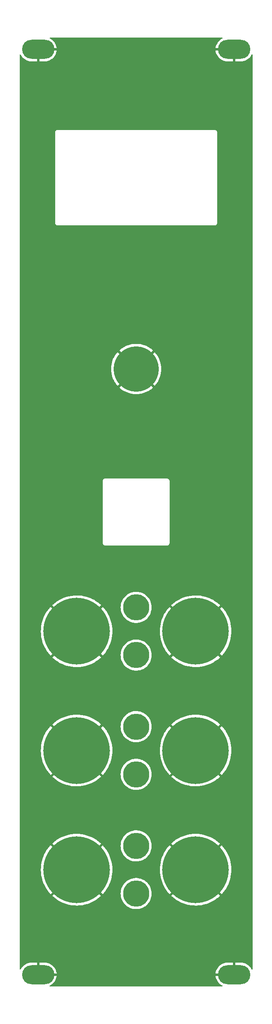
<source format=gbl>
G04 #@! TF.GenerationSoftware,KiCad,Pcbnew,6.0.9-8da3e8f707~116~ubuntu22.04.1*
G04 #@! TF.CreationDate,2022-11-08T11:41:20-05:00*
G04 #@! TF.ProjectId,clock_panel,636c6f63-6b5f-4706-916e-656c2e6b6963,rev?*
G04 #@! TF.SameCoordinates,Original*
G04 #@! TF.FileFunction,Copper,L2,Bot*
G04 #@! TF.FilePolarity,Positive*
%FSLAX46Y46*%
G04 Gerber Fmt 4.6, Leading zero omitted, Abs format (unit mm)*
G04 Created by KiCad (PCBNEW 6.0.9-8da3e8f707~116~ubuntu22.04.1) date 2022-11-08 11:41:20*
%MOMM*%
%LPD*%
G01*
G04 APERTURE LIST*
G04 #@! TA.AperFunction,ComponentPad*
%ADD10O,6.800000X4.000000*%
G04 #@! TD*
G04 #@! TA.AperFunction,ComponentPad*
%ADD11C,5.500000*%
G04 #@! TD*
G04 #@! TA.AperFunction,ComponentPad*
%ADD12C,14.000000*%
G04 #@! TD*
G04 #@! TA.AperFunction,ComponentPad*
%ADD13C,9.500000*%
G04 #@! TD*
G04 APERTURE END LIST*
D10*
G04 #@! TO.P,H10,1*
G04 #@! TO.N,GND*
X61700000Y-10600000D03*
X61700000Y-204600000D03*
G04 #@! TD*
D11*
G04 #@! TO.P,H8,1*
G04 #@! TO.N,N/C*
X41100000Y-152600000D03*
G04 #@! TD*
D12*
G04 #@! TO.P,H5,1*
G04 #@! TO.N,GND*
X28600000Y-132600000D03*
G04 #@! TD*
G04 #@! TO.P,H6,1*
G04 #@! TO.N,GND*
X53600000Y-132600000D03*
G04 #@! TD*
G04 #@! TO.P,H1,1*
G04 #@! TO.N,GND*
X28600000Y-157600000D03*
G04 #@! TD*
D10*
G04 #@! TO.P,H7,1*
G04 #@! TO.N,GND*
X20500000Y-10600000D03*
X20500000Y-204600000D03*
G04 #@! TD*
D11*
G04 #@! TO.P,H9,1*
G04 #@! TO.N,N/C*
X41100000Y-127600000D03*
G04 #@! TD*
D12*
G04 #@! TO.P,H2,1*
G04 #@! TO.N,GND*
X28600000Y-182600000D03*
G04 #@! TD*
G04 #@! TO.P,H3,1*
G04 #@! TO.N,GND*
X53600000Y-157600000D03*
G04 #@! TD*
G04 #@! TO.P,H4,1*
G04 #@! TO.N,GND*
X53600000Y-182600000D03*
G04 #@! TD*
D13*
G04 #@! TO.P,H12,1*
G04 #@! TO.N,GND*
X41100000Y-77600000D03*
G04 #@! TD*
D11*
G04 #@! TO.P,H11,1*
G04 #@! TO.N,N/C*
X41100000Y-137600000D03*
G04 #@! TD*
G04 #@! TO.P,H13,1*
G04 #@! TO.N,N/C*
X41100000Y-162600000D03*
G04 #@! TD*
G04 #@! TO.P,H14,1*
G04 #@! TO.N,N/C*
X41100000Y-177600000D03*
G04 #@! TD*
G04 #@! TO.P,H15,1*
G04 #@! TO.N,N/C*
X41100000Y-187600000D03*
G04 #@! TD*
G04 #@! TA.AperFunction,Conductor*
G04 #@! TO.N,GND*
G36*
X59208761Y-8128502D02*
G01*
X59255254Y-8182158D01*
X59265358Y-8252432D01*
X59235864Y-8317012D01*
X59194288Y-8348508D01*
X59092959Y-8396190D01*
X59086026Y-8400001D01*
X58826271Y-8564847D01*
X58819868Y-8569498D01*
X58582813Y-8765607D01*
X58577046Y-8771023D01*
X58366443Y-8995293D01*
X58361404Y-9001384D01*
X58180570Y-9250281D01*
X58176330Y-9256961D01*
X58028110Y-9526572D01*
X58024753Y-9533707D01*
X57911492Y-9819770D01*
X57909047Y-9827296D01*
X57832538Y-10125279D01*
X57831055Y-10133050D01*
X57806425Y-10328026D01*
X57808728Y-10342306D01*
X57821720Y-10346000D01*
X61828000Y-10346000D01*
X61896121Y-10366002D01*
X61942614Y-10419658D01*
X61954000Y-10472000D01*
X61954000Y-13089885D01*
X61958475Y-13105124D01*
X61959865Y-13106329D01*
X61967548Y-13108000D01*
X63176829Y-13108000D01*
X63180820Y-13107874D01*
X63410994Y-13093393D01*
X63418855Y-13092400D01*
X63721046Y-13034754D01*
X63728723Y-13032783D01*
X64021309Y-12937716D01*
X64028672Y-12934801D01*
X64307041Y-12803811D01*
X64313974Y-12799999D01*
X64573729Y-12635153D01*
X64580132Y-12630502D01*
X64817187Y-12434393D01*
X64822954Y-12428977D01*
X65033557Y-12204707D01*
X65038596Y-12198616D01*
X65219430Y-11949719D01*
X65223670Y-11943039D01*
X65355085Y-11703996D01*
X65405431Y-11653937D01*
X65474848Y-11639044D01*
X65541297Y-11664045D01*
X65583681Y-11721002D01*
X65591500Y-11764697D01*
X65591500Y-203435303D01*
X65571498Y-203503424D01*
X65517842Y-203549917D01*
X65447568Y-203560021D01*
X65382988Y-203530527D01*
X65355085Y-203496004D01*
X65223670Y-203256961D01*
X65219430Y-203250281D01*
X65038596Y-203001384D01*
X65033557Y-202995293D01*
X64822954Y-202771023D01*
X64817187Y-202765607D01*
X64580132Y-202569498D01*
X64573729Y-202564847D01*
X64313974Y-202400001D01*
X64307041Y-202396189D01*
X64028672Y-202265199D01*
X64021309Y-202262284D01*
X63728723Y-202167217D01*
X63721046Y-202165246D01*
X63418855Y-202107600D01*
X63410994Y-202106607D01*
X63180820Y-202092126D01*
X63176829Y-202092000D01*
X61972115Y-202092000D01*
X61956876Y-202096475D01*
X61955671Y-202097865D01*
X61954000Y-202105548D01*
X61954000Y-204728000D01*
X61933998Y-204796121D01*
X61880342Y-204842614D01*
X61828000Y-204854000D01*
X57822269Y-204854000D01*
X57808392Y-204858075D01*
X57806355Y-204871426D01*
X57831055Y-205066950D01*
X57832538Y-205074721D01*
X57909047Y-205372704D01*
X57911492Y-205380230D01*
X58024753Y-205666293D01*
X58028110Y-205673428D01*
X58176330Y-205943039D01*
X58180570Y-205949719D01*
X58361404Y-206198616D01*
X58366443Y-206204707D01*
X58577046Y-206428977D01*
X58582813Y-206434393D01*
X58819868Y-206630502D01*
X58826271Y-206635153D01*
X59086026Y-206799999D01*
X59092959Y-206803810D01*
X59194288Y-206851492D01*
X59247409Y-206898594D01*
X59266632Y-206966939D01*
X59245853Y-207034827D01*
X59191670Y-207080704D01*
X59140640Y-207091500D01*
X23059360Y-207091500D01*
X22991239Y-207071498D01*
X22944746Y-207017842D01*
X22934642Y-206947568D01*
X22964136Y-206882988D01*
X23005712Y-206851492D01*
X23107041Y-206803810D01*
X23113974Y-206799999D01*
X23373729Y-206635153D01*
X23380132Y-206630502D01*
X23617187Y-206434393D01*
X23622954Y-206428977D01*
X23833557Y-206204707D01*
X23838596Y-206198616D01*
X24019430Y-205949719D01*
X24023670Y-205943039D01*
X24171890Y-205673428D01*
X24175247Y-205666293D01*
X24288508Y-205380230D01*
X24290953Y-205372704D01*
X24367462Y-205074721D01*
X24368945Y-205066950D01*
X24393575Y-204871974D01*
X24391272Y-204857694D01*
X24378280Y-204854000D01*
X20372000Y-204854000D01*
X20303879Y-204833998D01*
X20257386Y-204780342D01*
X20246000Y-204728000D01*
X20246000Y-204327885D01*
X20754000Y-204327885D01*
X20758475Y-204343124D01*
X20759865Y-204344329D01*
X20767548Y-204346000D01*
X24377731Y-204346000D01*
X24391608Y-204341925D01*
X24393645Y-204328574D01*
X24393576Y-204328026D01*
X57806425Y-204328026D01*
X57808728Y-204342306D01*
X57821720Y-204346000D01*
X61427885Y-204346000D01*
X61443124Y-204341525D01*
X61444329Y-204340135D01*
X61446000Y-204332452D01*
X61446000Y-202110115D01*
X61441525Y-202094876D01*
X61440135Y-202093671D01*
X61432452Y-202092000D01*
X60223171Y-202092000D01*
X60219180Y-202092126D01*
X59989006Y-202106607D01*
X59981145Y-202107600D01*
X59678954Y-202165246D01*
X59671277Y-202167217D01*
X59378691Y-202262284D01*
X59371328Y-202265199D01*
X59092959Y-202396189D01*
X59086026Y-202400001D01*
X58826271Y-202564847D01*
X58819868Y-202569498D01*
X58582813Y-202765607D01*
X58577046Y-202771023D01*
X58366443Y-202995293D01*
X58361404Y-203001384D01*
X58180570Y-203250281D01*
X58176330Y-203256961D01*
X58028110Y-203526572D01*
X58024753Y-203533707D01*
X57911492Y-203819770D01*
X57909047Y-203827296D01*
X57832538Y-204125279D01*
X57831055Y-204133050D01*
X57806425Y-204328026D01*
X24393576Y-204328026D01*
X24368945Y-204133050D01*
X24367462Y-204125279D01*
X24290953Y-203827296D01*
X24288508Y-203819770D01*
X24175247Y-203533707D01*
X24171890Y-203526572D01*
X24023670Y-203256961D01*
X24019430Y-203250281D01*
X23838596Y-203001384D01*
X23833557Y-202995293D01*
X23622954Y-202771023D01*
X23617187Y-202765607D01*
X23380132Y-202569498D01*
X23373729Y-202564847D01*
X23113974Y-202400001D01*
X23107041Y-202396189D01*
X22828672Y-202265199D01*
X22821309Y-202262284D01*
X22528723Y-202167217D01*
X22521046Y-202165246D01*
X22218855Y-202107600D01*
X22210994Y-202106607D01*
X21980820Y-202092126D01*
X21976829Y-202092000D01*
X20772115Y-202092000D01*
X20756876Y-202096475D01*
X20755671Y-202097865D01*
X20754000Y-202105548D01*
X20754000Y-204327885D01*
X20246000Y-204327885D01*
X20246000Y-202110115D01*
X20241525Y-202094876D01*
X20240135Y-202093671D01*
X20232452Y-202092000D01*
X19023171Y-202092000D01*
X19019180Y-202092126D01*
X18789006Y-202106607D01*
X18781145Y-202107600D01*
X18478954Y-202165246D01*
X18471277Y-202167217D01*
X18178691Y-202262284D01*
X18171328Y-202265199D01*
X17892959Y-202396189D01*
X17886026Y-202400001D01*
X17626271Y-202564847D01*
X17619868Y-202569498D01*
X17382813Y-202765607D01*
X17377046Y-202771023D01*
X17166443Y-202995293D01*
X17161404Y-203001384D01*
X16980570Y-203250281D01*
X16976330Y-203256961D01*
X16844915Y-203496004D01*
X16794569Y-203546063D01*
X16725152Y-203560956D01*
X16658703Y-203535955D01*
X16616319Y-203478998D01*
X16608500Y-203435303D01*
X16608500Y-188087102D01*
X23478438Y-188087102D01*
X23478462Y-188087441D01*
X23484285Y-188096073D01*
X23728991Y-188319913D01*
X23732445Y-188322852D01*
X24150430Y-188653550D01*
X24154067Y-188656222D01*
X24594618Y-188956182D01*
X24598446Y-188958593D01*
X25059337Y-189226300D01*
X25063309Y-189228421D01*
X25542148Y-189462483D01*
X25546284Y-189464325D01*
X26040627Y-189663551D01*
X26044871Y-189665087D01*
X26552218Y-189828467D01*
X26556539Y-189829689D01*
X27074254Y-189956374D01*
X27078695Y-189957294D01*
X27604141Y-190046637D01*
X27608595Y-190047232D01*
X28139106Y-190098782D01*
X28143579Y-190099056D01*
X28676427Y-190112543D01*
X28680930Y-190112496D01*
X29213352Y-190087853D01*
X29217836Y-190087485D01*
X29747152Y-190024836D01*
X29751591Y-190024149D01*
X30275087Y-189923814D01*
X30279446Y-189922815D01*
X30794414Y-189785311D01*
X30798727Y-189783992D01*
X31302525Y-189610028D01*
X31306740Y-189608402D01*
X31796805Y-189398866D01*
X31800892Y-189396943D01*
X32274731Y-189152900D01*
X32278658Y-189150696D01*
X32733828Y-188873404D01*
X32737624Y-188870901D01*
X33171786Y-188561788D01*
X33175372Y-188559036D01*
X33586362Y-188219640D01*
X33589705Y-188216672D01*
X33713630Y-188098453D01*
X33721568Y-188084695D01*
X33721518Y-188083649D01*
X33716625Y-188075835D01*
X28612812Y-182972022D01*
X28598868Y-182964408D01*
X28597035Y-182964539D01*
X28590420Y-182968790D01*
X23486052Y-188073158D01*
X23478438Y-188087102D01*
X16608500Y-188087102D01*
X16608500Y-182650201D01*
X21087236Y-182650201D01*
X21087267Y-182654699D01*
X21110052Y-183187215D01*
X21110404Y-183191696D01*
X21171206Y-183721240D01*
X21171874Y-183725659D01*
X21270381Y-184249497D01*
X21271370Y-184253884D01*
X21407070Y-184769308D01*
X21408381Y-184773648D01*
X21580581Y-185278039D01*
X21582188Y-185282249D01*
X21790028Y-185773079D01*
X21791917Y-185777129D01*
X22034314Y-186251836D01*
X22036507Y-186255776D01*
X22312217Y-186711925D01*
X22314678Y-186715685D01*
X22622290Y-187150947D01*
X22625036Y-187154552D01*
X22962987Y-187566712D01*
X22965944Y-187570066D01*
X23101751Y-187713428D01*
X23115482Y-187721415D01*
X23116410Y-187721374D01*
X23124399Y-187716391D01*
X28227978Y-182612812D01*
X28234356Y-182601132D01*
X28964408Y-182601132D01*
X28964539Y-182602965D01*
X28968790Y-182609580D01*
X34073389Y-187714179D01*
X34087333Y-187721793D01*
X34087556Y-187721778D01*
X34096338Y-187715831D01*
X34211898Y-187588609D01*
X37836734Y-187588609D01*
X37854591Y-187941106D01*
X37855128Y-187944461D01*
X37855129Y-187944467D01*
X37893957Y-188186878D01*
X37910412Y-188289613D01*
X38003546Y-188630053D01*
X38132903Y-188958443D01*
X38134486Y-188961458D01*
X38295384Y-189267926D01*
X38295389Y-189267934D01*
X38296968Y-189270942D01*
X38298862Y-189273760D01*
X38298867Y-189273769D01*
X38318518Y-189303012D01*
X38493824Y-189563895D01*
X38721167Y-189833873D01*
X38723627Y-189836224D01*
X38723630Y-189836227D01*
X38973875Y-190075366D01*
X38973882Y-190075372D01*
X38976338Y-190077719D01*
X39256351Y-190292581D01*
X39259269Y-190294355D01*
X39555017Y-190474173D01*
X39555022Y-190474176D01*
X39557932Y-190475945D01*
X39561020Y-190477391D01*
X39561019Y-190477391D01*
X39874468Y-190624222D01*
X39874478Y-190624226D01*
X39877552Y-190625666D01*
X39880770Y-190626768D01*
X39880773Y-190626769D01*
X40208241Y-190738887D01*
X40208245Y-190738888D01*
X40211472Y-190739993D01*
X40214802Y-190740743D01*
X40214811Y-190740746D01*
X40458164Y-190795587D01*
X40555786Y-190817587D01*
X40559171Y-190817973D01*
X40559179Y-190817974D01*
X40903083Y-190857157D01*
X40903091Y-190857157D01*
X40906466Y-190857542D01*
X40909870Y-190857560D01*
X40909873Y-190857560D01*
X41101627Y-190858564D01*
X41259411Y-190859390D01*
X41262797Y-190859040D01*
X41262799Y-190859040D01*
X41607098Y-190823461D01*
X41607107Y-190823460D01*
X41610490Y-190823110D01*
X41613823Y-190822396D01*
X41613826Y-190822395D01*
X41783692Y-190785979D01*
X41955598Y-190749125D01*
X42290697Y-190638301D01*
X42611867Y-190491936D01*
X42705405Y-190436397D01*
X42912407Y-190313489D01*
X42912412Y-190313486D01*
X42915352Y-190311740D01*
X42940870Y-190292581D01*
X43194867Y-190101874D01*
X43197600Y-190099822D01*
X43455310Y-189858661D01*
X43685468Y-189591078D01*
X43885380Y-189300203D01*
X43886992Y-189297209D01*
X43886997Y-189297201D01*
X44051087Y-188992452D01*
X44052709Y-188989440D01*
X44185498Y-188662422D01*
X44193816Y-188633223D01*
X44281257Y-188326254D01*
X44282191Y-188322976D01*
X44322510Y-188087102D01*
X48478438Y-188087102D01*
X48478462Y-188087441D01*
X48484285Y-188096073D01*
X48728991Y-188319913D01*
X48732445Y-188322852D01*
X49150430Y-188653550D01*
X49154067Y-188656222D01*
X49594618Y-188956182D01*
X49598446Y-188958593D01*
X50059337Y-189226300D01*
X50063309Y-189228421D01*
X50542148Y-189462483D01*
X50546284Y-189464325D01*
X51040627Y-189663551D01*
X51044871Y-189665087D01*
X51552218Y-189828467D01*
X51556539Y-189829689D01*
X52074254Y-189956374D01*
X52078695Y-189957294D01*
X52604141Y-190046637D01*
X52608595Y-190047232D01*
X53139106Y-190098782D01*
X53143579Y-190099056D01*
X53676427Y-190112543D01*
X53680930Y-190112496D01*
X54213352Y-190087853D01*
X54217836Y-190087485D01*
X54747152Y-190024836D01*
X54751591Y-190024149D01*
X55275087Y-189923814D01*
X55279446Y-189922815D01*
X55794414Y-189785311D01*
X55798727Y-189783992D01*
X56302525Y-189610028D01*
X56306740Y-189608402D01*
X56796805Y-189398866D01*
X56800892Y-189396943D01*
X57274731Y-189152900D01*
X57278658Y-189150696D01*
X57733828Y-188873404D01*
X57737624Y-188870901D01*
X58171786Y-188561788D01*
X58175372Y-188559036D01*
X58586362Y-188219640D01*
X58589705Y-188216672D01*
X58713630Y-188098453D01*
X58721568Y-188084695D01*
X58721518Y-188083649D01*
X58716625Y-188075835D01*
X53612812Y-182972022D01*
X53598868Y-182964408D01*
X53597035Y-182964539D01*
X53590420Y-182968790D01*
X48486052Y-188073158D01*
X48478438Y-188087102D01*
X44322510Y-188087102D01*
X44323100Y-188083649D01*
X44341087Y-187978420D01*
X44341087Y-187978418D01*
X44341659Y-187975073D01*
X44343945Y-187937711D01*
X44363096Y-187624580D01*
X44363206Y-187622782D01*
X44363286Y-187600000D01*
X44344199Y-187247567D01*
X44287161Y-186899257D01*
X44192839Y-186559145D01*
X44189849Y-186551630D01*
X44063597Y-186234372D01*
X44062338Y-186231208D01*
X43897182Y-185919283D01*
X43890579Y-185909530D01*
X43701211Y-185629834D01*
X43701204Y-185629825D01*
X43699305Y-185627020D01*
X43697109Y-185624430D01*
X43697104Y-185624424D01*
X43608715Y-185520201D01*
X43471021Y-185357837D01*
X43215001Y-185114883D01*
X43212294Y-185112821D01*
X43212286Y-185112814D01*
X43053809Y-184992088D01*
X42934239Y-184901000D01*
X42632020Y-184718689D01*
X42628930Y-184717255D01*
X42628925Y-184717252D01*
X42424903Y-184622549D01*
X42311879Y-184570085D01*
X42308654Y-184568993D01*
X42308648Y-184568991D01*
X41980798Y-184458020D01*
X41980793Y-184458018D01*
X41977562Y-184456925D01*
X41963832Y-184453881D01*
X41894730Y-184438562D01*
X41632979Y-184380533D01*
X41508353Y-184366774D01*
X41285543Y-184342175D01*
X41285538Y-184342175D01*
X41282162Y-184341802D01*
X41278763Y-184341796D01*
X41278762Y-184341796D01*
X41112289Y-184341506D01*
X40929213Y-184341186D01*
X40798206Y-184355187D01*
X40581646Y-184378330D01*
X40581640Y-184378331D01*
X40578262Y-184378692D01*
X40233414Y-184453881D01*
X39898704Y-184565873D01*
X39578047Y-184713359D01*
X39275194Y-184894613D01*
X38993687Y-185107515D01*
X38736820Y-185349574D01*
X38507598Y-185617959D01*
X38308702Y-185909530D01*
X38142458Y-186220876D01*
X38141183Y-186224048D01*
X38141181Y-186224052D01*
X38137033Y-186234372D01*
X38010813Y-186548355D01*
X38009894Y-186551623D01*
X38009892Y-186551630D01*
X37964835Y-186711925D01*
X37915304Y-186888136D01*
X37914743Y-186891489D01*
X37914742Y-186891493D01*
X37857614Y-187232880D01*
X37857051Y-187236245D01*
X37836734Y-187588609D01*
X34211898Y-187588609D01*
X34336905Y-187450987D01*
X34339793Y-187447570D01*
X34669044Y-187028414D01*
X34671701Y-187024771D01*
X34970130Y-186583164D01*
X34972526Y-186579329D01*
X35238617Y-186117514D01*
X35240726Y-186113531D01*
X35473116Y-185633878D01*
X35474941Y-185629741D01*
X35672446Y-185134690D01*
X35673961Y-185130460D01*
X35835567Y-184622549D01*
X35836781Y-184618202D01*
X35961661Y-184100034D01*
X35962555Y-184095638D01*
X36050064Y-183569885D01*
X36050649Y-183565380D01*
X36100363Y-183034517D01*
X36100613Y-183030439D01*
X36111566Y-182650201D01*
X46087236Y-182650201D01*
X46087267Y-182654699D01*
X46110052Y-183187215D01*
X46110404Y-183191696D01*
X46171206Y-183721240D01*
X46171874Y-183725659D01*
X46270381Y-184249497D01*
X46271370Y-184253884D01*
X46407070Y-184769308D01*
X46408381Y-184773648D01*
X46580581Y-185278039D01*
X46582188Y-185282249D01*
X46790028Y-185773079D01*
X46791917Y-185777129D01*
X47034314Y-186251836D01*
X47036507Y-186255776D01*
X47312217Y-186711925D01*
X47314678Y-186715685D01*
X47622290Y-187150947D01*
X47625036Y-187154552D01*
X47962987Y-187566712D01*
X47965944Y-187570066D01*
X48101751Y-187713428D01*
X48115482Y-187721415D01*
X48116410Y-187721374D01*
X48124399Y-187716391D01*
X53227978Y-182612812D01*
X53234356Y-182601132D01*
X53964408Y-182601132D01*
X53964539Y-182602965D01*
X53968790Y-182609580D01*
X59073389Y-187714179D01*
X59087333Y-187721793D01*
X59087556Y-187721778D01*
X59096338Y-187715831D01*
X59336905Y-187450987D01*
X59339793Y-187447570D01*
X59669044Y-187028414D01*
X59671701Y-187024771D01*
X59970130Y-186583164D01*
X59972526Y-186579329D01*
X60238617Y-186117514D01*
X60240726Y-186113531D01*
X60473116Y-185633878D01*
X60474941Y-185629741D01*
X60672446Y-185134690D01*
X60673961Y-185130460D01*
X60835567Y-184622549D01*
X60836781Y-184618202D01*
X60961661Y-184100034D01*
X60962555Y-184095638D01*
X61050064Y-183569885D01*
X61050649Y-183565380D01*
X61100363Y-183034517D01*
X61100613Y-183030439D01*
X61112954Y-182602024D01*
X61112939Y-182597967D01*
X61093866Y-182065096D01*
X61093544Y-182060601D01*
X61036442Y-181530662D01*
X61035800Y-181526211D01*
X60940955Y-181001710D01*
X60939999Y-180997327D01*
X60807892Y-180480933D01*
X60806630Y-180476645D01*
X60637938Y-179971015D01*
X60636370Y-179966818D01*
X60431966Y-179474558D01*
X60430088Y-179470456D01*
X60191023Y-178994094D01*
X60188855Y-178990133D01*
X59916347Y-178532090D01*
X59913891Y-178528279D01*
X59609331Y-178090890D01*
X59606624Y-178087284D01*
X59271552Y-177672765D01*
X59268609Y-177669380D01*
X59098034Y-177486780D01*
X59084361Y-177478698D01*
X59083667Y-177478724D01*
X59075320Y-177483890D01*
X53972022Y-182587188D01*
X53964408Y-182601132D01*
X53234356Y-182601132D01*
X53235592Y-182598868D01*
X53235461Y-182597035D01*
X53231210Y-182590420D01*
X48127007Y-177486217D01*
X48113063Y-177478603D01*
X48112606Y-177478635D01*
X48104130Y-177484332D01*
X47897104Y-177709077D01*
X47894190Y-177712477D01*
X47562015Y-178129331D01*
X47559344Y-178132941D01*
X47257831Y-178572465D01*
X47255409Y-178576283D01*
X46986107Y-179036216D01*
X46983964Y-179040196D01*
X46748233Y-179518211D01*
X46746376Y-179522343D01*
X46545427Y-180015984D01*
X46543874Y-180020230D01*
X46378729Y-180526984D01*
X46377484Y-180531326D01*
X46248991Y-181048608D01*
X46248067Y-181052991D01*
X46156885Y-181578152D01*
X46156274Y-181582609D01*
X46102873Y-182112930D01*
X46102583Y-182117413D01*
X46087236Y-182650201D01*
X36111566Y-182650201D01*
X36112954Y-182602024D01*
X36112939Y-182597967D01*
X36093866Y-182065096D01*
X36093544Y-182060601D01*
X36036442Y-181530662D01*
X36035800Y-181526211D01*
X35940955Y-181001710D01*
X35939999Y-180997327D01*
X35807892Y-180480933D01*
X35806630Y-180476645D01*
X35637938Y-179971015D01*
X35636370Y-179966818D01*
X35431966Y-179474558D01*
X35430088Y-179470456D01*
X35191023Y-178994094D01*
X35188855Y-178990133D01*
X34916347Y-178532090D01*
X34913891Y-178528279D01*
X34609331Y-178090890D01*
X34606624Y-178087284D01*
X34271552Y-177672765D01*
X34268609Y-177669380D01*
X34193157Y-177588609D01*
X37836734Y-177588609D01*
X37854591Y-177941106D01*
X37855128Y-177944461D01*
X37855129Y-177944467D01*
X37893957Y-178186878D01*
X37910412Y-178289613D01*
X38003546Y-178630053D01*
X38132903Y-178958443D01*
X38134486Y-178961458D01*
X38295384Y-179267926D01*
X38295389Y-179267934D01*
X38296968Y-179270942D01*
X38298862Y-179273760D01*
X38298867Y-179273769D01*
X38433792Y-179474558D01*
X38493824Y-179563895D01*
X38721167Y-179833873D01*
X38723627Y-179836224D01*
X38723630Y-179836227D01*
X38973875Y-180075366D01*
X38973882Y-180075372D01*
X38976338Y-180077719D01*
X39256351Y-180292581D01*
X39259269Y-180294355D01*
X39555017Y-180474173D01*
X39555022Y-180474176D01*
X39557932Y-180475945D01*
X39561020Y-180477391D01*
X39561019Y-180477391D01*
X39874468Y-180624222D01*
X39874478Y-180624226D01*
X39877552Y-180625666D01*
X39880770Y-180626768D01*
X39880773Y-180626769D01*
X40208241Y-180738887D01*
X40208245Y-180738888D01*
X40211472Y-180739993D01*
X40214802Y-180740743D01*
X40214811Y-180740746D01*
X40458164Y-180795587D01*
X40555786Y-180817587D01*
X40559171Y-180817973D01*
X40559179Y-180817974D01*
X40903083Y-180857157D01*
X40903091Y-180857157D01*
X40906466Y-180857542D01*
X40909870Y-180857560D01*
X40909873Y-180857560D01*
X41101627Y-180858564D01*
X41259411Y-180859390D01*
X41262797Y-180859040D01*
X41262799Y-180859040D01*
X41607098Y-180823461D01*
X41607107Y-180823460D01*
X41610490Y-180823110D01*
X41613823Y-180822396D01*
X41613826Y-180822395D01*
X41783692Y-180785979D01*
X41955598Y-180749125D01*
X42290697Y-180638301D01*
X42611867Y-180491936D01*
X42705405Y-180436397D01*
X42912407Y-180313489D01*
X42912412Y-180313486D01*
X42915352Y-180311740D01*
X42940870Y-180292581D01*
X43194867Y-180101874D01*
X43197600Y-180099822D01*
X43455310Y-179858661D01*
X43685468Y-179591078D01*
X43885380Y-179300203D01*
X43886992Y-179297209D01*
X43886997Y-179297201D01*
X44051087Y-178992452D01*
X44052709Y-178989440D01*
X44185498Y-178662422D01*
X44193816Y-178633223D01*
X44281257Y-178326254D01*
X44282191Y-178322976D01*
X44321862Y-178090890D01*
X44341087Y-177978420D01*
X44341087Y-177978418D01*
X44341659Y-177975073D01*
X44343945Y-177937711D01*
X44363096Y-177624580D01*
X44363206Y-177622782D01*
X44363286Y-177600000D01*
X44344199Y-177247567D01*
X44322587Y-177115591D01*
X48478674Y-177115591D01*
X48478707Y-177116404D01*
X48483783Y-177124573D01*
X53587188Y-182227978D01*
X53601132Y-182235592D01*
X53602965Y-182235461D01*
X53609580Y-182231210D01*
X58713682Y-177127108D01*
X58721296Y-177113164D01*
X58721255Y-177112590D01*
X58715684Y-177104268D01*
X58510818Y-176914228D01*
X58507387Y-176911267D01*
X58091729Y-176577666D01*
X58088115Y-176574972D01*
X57649654Y-176271933D01*
X57645835Y-176269490D01*
X57186846Y-175998585D01*
X57182877Y-175996430D01*
X56705679Y-175759028D01*
X56701575Y-175757166D01*
X56208610Y-175554483D01*
X56204395Y-175552924D01*
X55698199Y-175386006D01*
X55693883Y-175384752D01*
X55177042Y-175254451D01*
X55172665Y-175253513D01*
X54647822Y-175160496D01*
X54643365Y-175159870D01*
X54113241Y-175104620D01*
X54108747Y-175104313D01*
X53576027Y-175087107D01*
X53571530Y-175087122D01*
X53038927Y-175108048D01*
X53034451Y-175108384D01*
X52504713Y-175167336D01*
X52500261Y-175167994D01*
X51976106Y-175264667D01*
X51971701Y-175265643D01*
X51455801Y-175399545D01*
X51451490Y-175400830D01*
X50946471Y-175571278D01*
X50942259Y-175572870D01*
X50450723Y-175778988D01*
X50446647Y-175780871D01*
X49971109Y-176021605D01*
X49967158Y-176023786D01*
X49510063Y-176297893D01*
X49506267Y-176300358D01*
X49069930Y-176606452D01*
X49066347Y-176609162D01*
X48653007Y-176945674D01*
X48649617Y-176948642D01*
X48486708Y-177101891D01*
X48478674Y-177115591D01*
X44322587Y-177115591D01*
X44287161Y-176899257D01*
X44192839Y-176559145D01*
X44189849Y-176551630D01*
X44063597Y-176234372D01*
X44062338Y-176231208D01*
X43897182Y-175919283D01*
X43890579Y-175909530D01*
X43701211Y-175629834D01*
X43701204Y-175629825D01*
X43699305Y-175627020D01*
X43697109Y-175624430D01*
X43697104Y-175624424D01*
X43608715Y-175520201D01*
X43471021Y-175357837D01*
X43215001Y-175114883D01*
X43212294Y-175112821D01*
X43212286Y-175112814D01*
X43053809Y-174992088D01*
X42934239Y-174901000D01*
X42632020Y-174718689D01*
X42628930Y-174717255D01*
X42628925Y-174717252D01*
X42471950Y-174644387D01*
X42311879Y-174570085D01*
X42308654Y-174568993D01*
X42308648Y-174568991D01*
X41980798Y-174458020D01*
X41980793Y-174458018D01*
X41977562Y-174456925D01*
X41963832Y-174453881D01*
X41894730Y-174438562D01*
X41632979Y-174380533D01*
X41508353Y-174366774D01*
X41285543Y-174342175D01*
X41285538Y-174342175D01*
X41282162Y-174341802D01*
X41278763Y-174341796D01*
X41278762Y-174341796D01*
X41112289Y-174341506D01*
X40929213Y-174341186D01*
X40798206Y-174355187D01*
X40581646Y-174378330D01*
X40581640Y-174378331D01*
X40578262Y-174378692D01*
X40233414Y-174453881D01*
X39898704Y-174565873D01*
X39578047Y-174713359D01*
X39275194Y-174894613D01*
X38993687Y-175107515D01*
X38736820Y-175349574D01*
X38734608Y-175352164D01*
X38734607Y-175352165D01*
X38547467Y-175571278D01*
X38507598Y-175617959D01*
X38308702Y-175909530D01*
X38142458Y-176220876D01*
X38141183Y-176224048D01*
X38141181Y-176224052D01*
X38110507Y-176300358D01*
X38010813Y-176548355D01*
X38009894Y-176551623D01*
X38009892Y-176551630D01*
X37916225Y-176884858D01*
X37915304Y-176888136D01*
X37914743Y-176891489D01*
X37914742Y-176891493D01*
X37877241Y-177115591D01*
X37857051Y-177236245D01*
X37836734Y-177588609D01*
X34193157Y-177588609D01*
X34098034Y-177486780D01*
X34084361Y-177478698D01*
X34083667Y-177478724D01*
X34075320Y-177483890D01*
X28972022Y-182587188D01*
X28964408Y-182601132D01*
X28234356Y-182601132D01*
X28235592Y-182598868D01*
X28235461Y-182597035D01*
X28231210Y-182590420D01*
X23127007Y-177486217D01*
X23113063Y-177478603D01*
X23112606Y-177478635D01*
X23104130Y-177484332D01*
X22897104Y-177709077D01*
X22894190Y-177712477D01*
X22562015Y-178129331D01*
X22559344Y-178132941D01*
X22257831Y-178572465D01*
X22255409Y-178576283D01*
X21986107Y-179036216D01*
X21983964Y-179040196D01*
X21748233Y-179518211D01*
X21746376Y-179522343D01*
X21545427Y-180015984D01*
X21543874Y-180020230D01*
X21378729Y-180526984D01*
X21377484Y-180531326D01*
X21248991Y-181048608D01*
X21248067Y-181052991D01*
X21156885Y-181578152D01*
X21156274Y-181582609D01*
X21102873Y-182112930D01*
X21102583Y-182117413D01*
X21087236Y-182650201D01*
X16608500Y-182650201D01*
X16608500Y-177115591D01*
X23478674Y-177115591D01*
X23478707Y-177116404D01*
X23483783Y-177124573D01*
X28587188Y-182227978D01*
X28601132Y-182235592D01*
X28602965Y-182235461D01*
X28609580Y-182231210D01*
X33713682Y-177127108D01*
X33721296Y-177113164D01*
X33721255Y-177112590D01*
X33715684Y-177104268D01*
X33510818Y-176914228D01*
X33507387Y-176911267D01*
X33091729Y-176577666D01*
X33088115Y-176574972D01*
X32649654Y-176271933D01*
X32645835Y-176269490D01*
X32186846Y-175998585D01*
X32182877Y-175996430D01*
X31705679Y-175759028D01*
X31701575Y-175757166D01*
X31208610Y-175554483D01*
X31204395Y-175552924D01*
X30698199Y-175386006D01*
X30693883Y-175384752D01*
X30177042Y-175254451D01*
X30172665Y-175253513D01*
X29647822Y-175160496D01*
X29643365Y-175159870D01*
X29113241Y-175104620D01*
X29108747Y-175104313D01*
X28576027Y-175087107D01*
X28571530Y-175087122D01*
X28038927Y-175108048D01*
X28034451Y-175108384D01*
X27504713Y-175167336D01*
X27500261Y-175167994D01*
X26976106Y-175264667D01*
X26971701Y-175265643D01*
X26455801Y-175399545D01*
X26451490Y-175400830D01*
X25946471Y-175571278D01*
X25942259Y-175572870D01*
X25450723Y-175778988D01*
X25446647Y-175780871D01*
X24971109Y-176021605D01*
X24967158Y-176023786D01*
X24510063Y-176297893D01*
X24506267Y-176300358D01*
X24069930Y-176606452D01*
X24066347Y-176609162D01*
X23653007Y-176945674D01*
X23649617Y-176948642D01*
X23486708Y-177101891D01*
X23478674Y-177115591D01*
X16608500Y-177115591D01*
X16608500Y-163087102D01*
X23478438Y-163087102D01*
X23478462Y-163087441D01*
X23484285Y-163096073D01*
X23728991Y-163319913D01*
X23732445Y-163322852D01*
X24150430Y-163653550D01*
X24154067Y-163656222D01*
X24594618Y-163956182D01*
X24598446Y-163958593D01*
X25059337Y-164226300D01*
X25063309Y-164228421D01*
X25542148Y-164462483D01*
X25546284Y-164464325D01*
X26040627Y-164663551D01*
X26044871Y-164665087D01*
X26552218Y-164828467D01*
X26556539Y-164829689D01*
X27074254Y-164956374D01*
X27078695Y-164957294D01*
X27604141Y-165046637D01*
X27608595Y-165047232D01*
X28139106Y-165098782D01*
X28143579Y-165099056D01*
X28676427Y-165112543D01*
X28680930Y-165112496D01*
X29213352Y-165087853D01*
X29217836Y-165087485D01*
X29747152Y-165024836D01*
X29751591Y-165024149D01*
X30275087Y-164923814D01*
X30279446Y-164922815D01*
X30794414Y-164785311D01*
X30798727Y-164783992D01*
X31302525Y-164610028D01*
X31306740Y-164608402D01*
X31796805Y-164398866D01*
X31800892Y-164396943D01*
X32274731Y-164152900D01*
X32278658Y-164150696D01*
X32733828Y-163873404D01*
X32737624Y-163870901D01*
X33171786Y-163561788D01*
X33175372Y-163559036D01*
X33586362Y-163219640D01*
X33589705Y-163216672D01*
X33713630Y-163098453D01*
X33721568Y-163084695D01*
X33721518Y-163083649D01*
X33716625Y-163075835D01*
X28612812Y-157972022D01*
X28598868Y-157964408D01*
X28597035Y-157964539D01*
X28590420Y-157968790D01*
X23486052Y-163073158D01*
X23478438Y-163087102D01*
X16608500Y-163087102D01*
X16608500Y-157650201D01*
X21087236Y-157650201D01*
X21087267Y-157654699D01*
X21110052Y-158187215D01*
X21110404Y-158191696D01*
X21171206Y-158721240D01*
X21171874Y-158725659D01*
X21270381Y-159249497D01*
X21271370Y-159253884D01*
X21407070Y-159769308D01*
X21408381Y-159773648D01*
X21580581Y-160278039D01*
X21582188Y-160282249D01*
X21790028Y-160773079D01*
X21791917Y-160777129D01*
X22034314Y-161251836D01*
X22036507Y-161255776D01*
X22312217Y-161711925D01*
X22314678Y-161715685D01*
X22622290Y-162150947D01*
X22625036Y-162154552D01*
X22962987Y-162566712D01*
X22965944Y-162570066D01*
X23101751Y-162713428D01*
X23115482Y-162721415D01*
X23116410Y-162721374D01*
X23124399Y-162716391D01*
X28227978Y-157612812D01*
X28234356Y-157601132D01*
X28964408Y-157601132D01*
X28964539Y-157602965D01*
X28968790Y-157609580D01*
X34073389Y-162714179D01*
X34087333Y-162721793D01*
X34087556Y-162721778D01*
X34096338Y-162715831D01*
X34211898Y-162588609D01*
X37836734Y-162588609D01*
X37854591Y-162941106D01*
X37855128Y-162944461D01*
X37855129Y-162944467D01*
X37893957Y-163186878D01*
X37910412Y-163289613D01*
X38003546Y-163630053D01*
X38132903Y-163958443D01*
X38134486Y-163961458D01*
X38295384Y-164267926D01*
X38295389Y-164267934D01*
X38296968Y-164270942D01*
X38298862Y-164273760D01*
X38298867Y-164273769D01*
X38318518Y-164303012D01*
X38493824Y-164563895D01*
X38721167Y-164833873D01*
X38723627Y-164836224D01*
X38723630Y-164836227D01*
X38973875Y-165075366D01*
X38973882Y-165075372D01*
X38976338Y-165077719D01*
X39256351Y-165292581D01*
X39259269Y-165294355D01*
X39555017Y-165474173D01*
X39555022Y-165474176D01*
X39557932Y-165475945D01*
X39561020Y-165477391D01*
X39561019Y-165477391D01*
X39874468Y-165624222D01*
X39874478Y-165624226D01*
X39877552Y-165625666D01*
X39880770Y-165626768D01*
X39880773Y-165626769D01*
X40208241Y-165738887D01*
X40208245Y-165738888D01*
X40211472Y-165739993D01*
X40214802Y-165740743D01*
X40214811Y-165740746D01*
X40458164Y-165795587D01*
X40555786Y-165817587D01*
X40559171Y-165817973D01*
X40559179Y-165817974D01*
X40903083Y-165857157D01*
X40903091Y-165857157D01*
X40906466Y-165857542D01*
X40909870Y-165857560D01*
X40909873Y-165857560D01*
X41101627Y-165858564D01*
X41259411Y-165859390D01*
X41262797Y-165859040D01*
X41262799Y-165859040D01*
X41607098Y-165823461D01*
X41607107Y-165823460D01*
X41610490Y-165823110D01*
X41613823Y-165822396D01*
X41613826Y-165822395D01*
X41783692Y-165785979D01*
X41955598Y-165749125D01*
X42290697Y-165638301D01*
X42611867Y-165491936D01*
X42705405Y-165436397D01*
X42912407Y-165313489D01*
X42912412Y-165313486D01*
X42915352Y-165311740D01*
X42940870Y-165292581D01*
X43194867Y-165101874D01*
X43197600Y-165099822D01*
X43455310Y-164858661D01*
X43685468Y-164591078D01*
X43885380Y-164300203D01*
X43886992Y-164297209D01*
X43886997Y-164297201D01*
X44051087Y-163992452D01*
X44052709Y-163989440D01*
X44185498Y-163662422D01*
X44193816Y-163633223D01*
X44281257Y-163326254D01*
X44282191Y-163322976D01*
X44322510Y-163087102D01*
X48478438Y-163087102D01*
X48478462Y-163087441D01*
X48484285Y-163096073D01*
X48728991Y-163319913D01*
X48732445Y-163322852D01*
X49150430Y-163653550D01*
X49154067Y-163656222D01*
X49594618Y-163956182D01*
X49598446Y-163958593D01*
X50059337Y-164226300D01*
X50063309Y-164228421D01*
X50542148Y-164462483D01*
X50546284Y-164464325D01*
X51040627Y-164663551D01*
X51044871Y-164665087D01*
X51552218Y-164828467D01*
X51556539Y-164829689D01*
X52074254Y-164956374D01*
X52078695Y-164957294D01*
X52604141Y-165046637D01*
X52608595Y-165047232D01*
X53139106Y-165098782D01*
X53143579Y-165099056D01*
X53676427Y-165112543D01*
X53680930Y-165112496D01*
X54213352Y-165087853D01*
X54217836Y-165087485D01*
X54747152Y-165024836D01*
X54751591Y-165024149D01*
X55275087Y-164923814D01*
X55279446Y-164922815D01*
X55794414Y-164785311D01*
X55798727Y-164783992D01*
X56302525Y-164610028D01*
X56306740Y-164608402D01*
X56796805Y-164398866D01*
X56800892Y-164396943D01*
X57274731Y-164152900D01*
X57278658Y-164150696D01*
X57733828Y-163873404D01*
X57737624Y-163870901D01*
X58171786Y-163561788D01*
X58175372Y-163559036D01*
X58586362Y-163219640D01*
X58589705Y-163216672D01*
X58713630Y-163098453D01*
X58721568Y-163084695D01*
X58721518Y-163083649D01*
X58716625Y-163075835D01*
X53612812Y-157972022D01*
X53598868Y-157964408D01*
X53597035Y-157964539D01*
X53590420Y-157968790D01*
X48486052Y-163073158D01*
X48478438Y-163087102D01*
X44322510Y-163087102D01*
X44323100Y-163083649D01*
X44341087Y-162978420D01*
X44341087Y-162978418D01*
X44341659Y-162975073D01*
X44343945Y-162937711D01*
X44363096Y-162624580D01*
X44363206Y-162622782D01*
X44363286Y-162600000D01*
X44344199Y-162247567D01*
X44287161Y-161899257D01*
X44192839Y-161559145D01*
X44189849Y-161551630D01*
X44063597Y-161234372D01*
X44062338Y-161231208D01*
X43897182Y-160919283D01*
X43890579Y-160909530D01*
X43701211Y-160629834D01*
X43701204Y-160629825D01*
X43699305Y-160627020D01*
X43697109Y-160624430D01*
X43697104Y-160624424D01*
X43608715Y-160520201D01*
X43471021Y-160357837D01*
X43215001Y-160114883D01*
X43212294Y-160112821D01*
X43212286Y-160112814D01*
X43053809Y-159992088D01*
X42934239Y-159901000D01*
X42632020Y-159718689D01*
X42628930Y-159717255D01*
X42628925Y-159717252D01*
X42424903Y-159622549D01*
X42311879Y-159570085D01*
X42308654Y-159568993D01*
X42308648Y-159568991D01*
X41980798Y-159458020D01*
X41980793Y-159458018D01*
X41977562Y-159456925D01*
X41963832Y-159453881D01*
X41894730Y-159438562D01*
X41632979Y-159380533D01*
X41508353Y-159366774D01*
X41285543Y-159342175D01*
X41285538Y-159342175D01*
X41282162Y-159341802D01*
X41278763Y-159341796D01*
X41278762Y-159341796D01*
X41112289Y-159341506D01*
X40929213Y-159341186D01*
X40798206Y-159355187D01*
X40581646Y-159378330D01*
X40581640Y-159378331D01*
X40578262Y-159378692D01*
X40233414Y-159453881D01*
X39898704Y-159565873D01*
X39578047Y-159713359D01*
X39275194Y-159894613D01*
X38993687Y-160107515D01*
X38736820Y-160349574D01*
X38507598Y-160617959D01*
X38308702Y-160909530D01*
X38142458Y-161220876D01*
X38141183Y-161224048D01*
X38141181Y-161224052D01*
X38137033Y-161234372D01*
X38010813Y-161548355D01*
X38009894Y-161551623D01*
X38009892Y-161551630D01*
X37964835Y-161711925D01*
X37915304Y-161888136D01*
X37914743Y-161891489D01*
X37914742Y-161891493D01*
X37857614Y-162232880D01*
X37857051Y-162236245D01*
X37836734Y-162588609D01*
X34211898Y-162588609D01*
X34336905Y-162450987D01*
X34339793Y-162447570D01*
X34669044Y-162028414D01*
X34671701Y-162024771D01*
X34970130Y-161583164D01*
X34972526Y-161579329D01*
X35238617Y-161117514D01*
X35240726Y-161113531D01*
X35473116Y-160633878D01*
X35474941Y-160629741D01*
X35672446Y-160134690D01*
X35673961Y-160130460D01*
X35835567Y-159622549D01*
X35836781Y-159618202D01*
X35961661Y-159100034D01*
X35962555Y-159095638D01*
X36050064Y-158569885D01*
X36050649Y-158565380D01*
X36100363Y-158034517D01*
X36100613Y-158030439D01*
X36111566Y-157650201D01*
X46087236Y-157650201D01*
X46087267Y-157654699D01*
X46110052Y-158187215D01*
X46110404Y-158191696D01*
X46171206Y-158721240D01*
X46171874Y-158725659D01*
X46270381Y-159249497D01*
X46271370Y-159253884D01*
X46407070Y-159769308D01*
X46408381Y-159773648D01*
X46580581Y-160278039D01*
X46582188Y-160282249D01*
X46790028Y-160773079D01*
X46791917Y-160777129D01*
X47034314Y-161251836D01*
X47036507Y-161255776D01*
X47312217Y-161711925D01*
X47314678Y-161715685D01*
X47622290Y-162150947D01*
X47625036Y-162154552D01*
X47962987Y-162566712D01*
X47965944Y-162570066D01*
X48101751Y-162713428D01*
X48115482Y-162721415D01*
X48116410Y-162721374D01*
X48124399Y-162716391D01*
X53227978Y-157612812D01*
X53234356Y-157601132D01*
X53964408Y-157601132D01*
X53964539Y-157602965D01*
X53968790Y-157609580D01*
X59073389Y-162714179D01*
X59087333Y-162721793D01*
X59087556Y-162721778D01*
X59096338Y-162715831D01*
X59336905Y-162450987D01*
X59339793Y-162447570D01*
X59669044Y-162028414D01*
X59671701Y-162024771D01*
X59970130Y-161583164D01*
X59972526Y-161579329D01*
X60238617Y-161117514D01*
X60240726Y-161113531D01*
X60473116Y-160633878D01*
X60474941Y-160629741D01*
X60672446Y-160134690D01*
X60673961Y-160130460D01*
X60835567Y-159622549D01*
X60836781Y-159618202D01*
X60961661Y-159100034D01*
X60962555Y-159095638D01*
X61050064Y-158569885D01*
X61050649Y-158565380D01*
X61100363Y-158034517D01*
X61100613Y-158030439D01*
X61112954Y-157602024D01*
X61112939Y-157597967D01*
X61093866Y-157065096D01*
X61093544Y-157060601D01*
X61036442Y-156530662D01*
X61035800Y-156526211D01*
X60940955Y-156001710D01*
X60939999Y-155997327D01*
X60807892Y-155480933D01*
X60806630Y-155476645D01*
X60637938Y-154971015D01*
X60636370Y-154966818D01*
X60431966Y-154474558D01*
X60430088Y-154470456D01*
X60191023Y-153994094D01*
X60188855Y-153990133D01*
X59916347Y-153532090D01*
X59913891Y-153528279D01*
X59609331Y-153090890D01*
X59606624Y-153087284D01*
X59271552Y-152672765D01*
X59268609Y-152669380D01*
X59098034Y-152486780D01*
X59084361Y-152478698D01*
X59083667Y-152478724D01*
X59075320Y-152483890D01*
X53972022Y-157587188D01*
X53964408Y-157601132D01*
X53234356Y-157601132D01*
X53235592Y-157598868D01*
X53235461Y-157597035D01*
X53231210Y-157590420D01*
X48127007Y-152486217D01*
X48113063Y-152478603D01*
X48112606Y-152478635D01*
X48104130Y-152484332D01*
X47897104Y-152709077D01*
X47894190Y-152712477D01*
X47562015Y-153129331D01*
X47559344Y-153132941D01*
X47257831Y-153572465D01*
X47255409Y-153576283D01*
X46986107Y-154036216D01*
X46983964Y-154040196D01*
X46748233Y-154518211D01*
X46746376Y-154522343D01*
X46545427Y-155015984D01*
X46543874Y-155020230D01*
X46378729Y-155526984D01*
X46377484Y-155531326D01*
X46248991Y-156048608D01*
X46248067Y-156052991D01*
X46156885Y-156578152D01*
X46156274Y-156582609D01*
X46102873Y-157112930D01*
X46102583Y-157117413D01*
X46087236Y-157650201D01*
X36111566Y-157650201D01*
X36112954Y-157602024D01*
X36112939Y-157597967D01*
X36093866Y-157065096D01*
X36093544Y-157060601D01*
X36036442Y-156530662D01*
X36035800Y-156526211D01*
X35940955Y-156001710D01*
X35939999Y-155997327D01*
X35807892Y-155480933D01*
X35806630Y-155476645D01*
X35637938Y-154971015D01*
X35636370Y-154966818D01*
X35431966Y-154474558D01*
X35430088Y-154470456D01*
X35191023Y-153994094D01*
X35188855Y-153990133D01*
X34916347Y-153532090D01*
X34913891Y-153528279D01*
X34609331Y-153090890D01*
X34606624Y-153087284D01*
X34271552Y-152672765D01*
X34268609Y-152669380D01*
X34193157Y-152588609D01*
X37836734Y-152588609D01*
X37854591Y-152941106D01*
X37855128Y-152944461D01*
X37855129Y-152944467D01*
X37893957Y-153186878D01*
X37910412Y-153289613D01*
X38003546Y-153630053D01*
X38132903Y-153958443D01*
X38134486Y-153961458D01*
X38295384Y-154267926D01*
X38295389Y-154267934D01*
X38296968Y-154270942D01*
X38298862Y-154273760D01*
X38298867Y-154273769D01*
X38433792Y-154474558D01*
X38493824Y-154563895D01*
X38721167Y-154833873D01*
X38723627Y-154836224D01*
X38723630Y-154836227D01*
X38973875Y-155075366D01*
X38973882Y-155075372D01*
X38976338Y-155077719D01*
X39256351Y-155292581D01*
X39259269Y-155294355D01*
X39555017Y-155474173D01*
X39555022Y-155474176D01*
X39557932Y-155475945D01*
X39561020Y-155477391D01*
X39561019Y-155477391D01*
X39874468Y-155624222D01*
X39874478Y-155624226D01*
X39877552Y-155625666D01*
X39880770Y-155626768D01*
X39880773Y-155626769D01*
X40208241Y-155738887D01*
X40208245Y-155738888D01*
X40211472Y-155739993D01*
X40214802Y-155740743D01*
X40214811Y-155740746D01*
X40458164Y-155795587D01*
X40555786Y-155817587D01*
X40559171Y-155817973D01*
X40559179Y-155817974D01*
X40903083Y-155857157D01*
X40903091Y-155857157D01*
X40906466Y-155857542D01*
X40909870Y-155857560D01*
X40909873Y-155857560D01*
X41101627Y-155858564D01*
X41259411Y-155859390D01*
X41262797Y-155859040D01*
X41262799Y-155859040D01*
X41607098Y-155823461D01*
X41607107Y-155823460D01*
X41610490Y-155823110D01*
X41613823Y-155822396D01*
X41613826Y-155822395D01*
X41783692Y-155785979D01*
X41955598Y-155749125D01*
X42290697Y-155638301D01*
X42611867Y-155491936D01*
X42705405Y-155436397D01*
X42912407Y-155313489D01*
X42912412Y-155313486D01*
X42915352Y-155311740D01*
X42940870Y-155292581D01*
X43194867Y-155101874D01*
X43197600Y-155099822D01*
X43455310Y-154858661D01*
X43685468Y-154591078D01*
X43885380Y-154300203D01*
X43886992Y-154297209D01*
X43886997Y-154297201D01*
X44051087Y-153992452D01*
X44052709Y-153989440D01*
X44185498Y-153662422D01*
X44193816Y-153633223D01*
X44281257Y-153326254D01*
X44282191Y-153322976D01*
X44321862Y-153090890D01*
X44341087Y-152978420D01*
X44341087Y-152978418D01*
X44341659Y-152975073D01*
X44343945Y-152937711D01*
X44363096Y-152624580D01*
X44363206Y-152622782D01*
X44363286Y-152600000D01*
X44344199Y-152247567D01*
X44322587Y-152115591D01*
X48478674Y-152115591D01*
X48478707Y-152116404D01*
X48483783Y-152124573D01*
X53587188Y-157227978D01*
X53601132Y-157235592D01*
X53602965Y-157235461D01*
X53609580Y-157231210D01*
X58713682Y-152127108D01*
X58721296Y-152113164D01*
X58721255Y-152112590D01*
X58715684Y-152104268D01*
X58510818Y-151914228D01*
X58507387Y-151911267D01*
X58091729Y-151577666D01*
X58088115Y-151574972D01*
X57649654Y-151271933D01*
X57645835Y-151269490D01*
X57186846Y-150998585D01*
X57182877Y-150996430D01*
X56705679Y-150759028D01*
X56701575Y-150757166D01*
X56208610Y-150554483D01*
X56204395Y-150552924D01*
X55698199Y-150386006D01*
X55693883Y-150384752D01*
X55177042Y-150254451D01*
X55172665Y-150253513D01*
X54647822Y-150160496D01*
X54643365Y-150159870D01*
X54113241Y-150104620D01*
X54108747Y-150104313D01*
X53576027Y-150087107D01*
X53571530Y-150087122D01*
X53038927Y-150108048D01*
X53034451Y-150108384D01*
X52504713Y-150167336D01*
X52500261Y-150167994D01*
X51976106Y-150264667D01*
X51971701Y-150265643D01*
X51455801Y-150399545D01*
X51451490Y-150400830D01*
X50946471Y-150571278D01*
X50942259Y-150572870D01*
X50450723Y-150778988D01*
X50446647Y-150780871D01*
X49971109Y-151021605D01*
X49967158Y-151023786D01*
X49510063Y-151297893D01*
X49506267Y-151300358D01*
X49069930Y-151606452D01*
X49066347Y-151609162D01*
X48653007Y-151945674D01*
X48649617Y-151948642D01*
X48486708Y-152101891D01*
X48478674Y-152115591D01*
X44322587Y-152115591D01*
X44287161Y-151899257D01*
X44192839Y-151559145D01*
X44189849Y-151551630D01*
X44063597Y-151234372D01*
X44062338Y-151231208D01*
X43897182Y-150919283D01*
X43890579Y-150909530D01*
X43701211Y-150629834D01*
X43701204Y-150629825D01*
X43699305Y-150627020D01*
X43697109Y-150624430D01*
X43697104Y-150624424D01*
X43608715Y-150520201D01*
X43471021Y-150357837D01*
X43215001Y-150114883D01*
X43212294Y-150112821D01*
X43212286Y-150112814D01*
X43053809Y-149992088D01*
X42934239Y-149901000D01*
X42632020Y-149718689D01*
X42628930Y-149717255D01*
X42628925Y-149717252D01*
X42471950Y-149644387D01*
X42311879Y-149570085D01*
X42308654Y-149568993D01*
X42308648Y-149568991D01*
X41980798Y-149458020D01*
X41980793Y-149458018D01*
X41977562Y-149456925D01*
X41963832Y-149453881D01*
X41894730Y-149438562D01*
X41632979Y-149380533D01*
X41508353Y-149366774D01*
X41285543Y-149342175D01*
X41285538Y-149342175D01*
X41282162Y-149341802D01*
X41278763Y-149341796D01*
X41278762Y-149341796D01*
X41112289Y-149341506D01*
X40929213Y-149341186D01*
X40798206Y-149355187D01*
X40581646Y-149378330D01*
X40581640Y-149378331D01*
X40578262Y-149378692D01*
X40233414Y-149453881D01*
X39898704Y-149565873D01*
X39578047Y-149713359D01*
X39275194Y-149894613D01*
X38993687Y-150107515D01*
X38736820Y-150349574D01*
X38734608Y-150352164D01*
X38734607Y-150352165D01*
X38547467Y-150571278D01*
X38507598Y-150617959D01*
X38308702Y-150909530D01*
X38142458Y-151220876D01*
X38141183Y-151224048D01*
X38141181Y-151224052D01*
X38110507Y-151300358D01*
X38010813Y-151548355D01*
X38009894Y-151551623D01*
X38009892Y-151551630D01*
X37916225Y-151884858D01*
X37915304Y-151888136D01*
X37914743Y-151891489D01*
X37914742Y-151891493D01*
X37877241Y-152115591D01*
X37857051Y-152236245D01*
X37836734Y-152588609D01*
X34193157Y-152588609D01*
X34098034Y-152486780D01*
X34084361Y-152478698D01*
X34083667Y-152478724D01*
X34075320Y-152483890D01*
X28972022Y-157587188D01*
X28964408Y-157601132D01*
X28234356Y-157601132D01*
X28235592Y-157598868D01*
X28235461Y-157597035D01*
X28231210Y-157590420D01*
X23127007Y-152486217D01*
X23113063Y-152478603D01*
X23112606Y-152478635D01*
X23104130Y-152484332D01*
X22897104Y-152709077D01*
X22894190Y-152712477D01*
X22562015Y-153129331D01*
X22559344Y-153132941D01*
X22257831Y-153572465D01*
X22255409Y-153576283D01*
X21986107Y-154036216D01*
X21983964Y-154040196D01*
X21748233Y-154518211D01*
X21746376Y-154522343D01*
X21545427Y-155015984D01*
X21543874Y-155020230D01*
X21378729Y-155526984D01*
X21377484Y-155531326D01*
X21248991Y-156048608D01*
X21248067Y-156052991D01*
X21156885Y-156578152D01*
X21156274Y-156582609D01*
X21102873Y-157112930D01*
X21102583Y-157117413D01*
X21087236Y-157650201D01*
X16608500Y-157650201D01*
X16608500Y-152115591D01*
X23478674Y-152115591D01*
X23478707Y-152116404D01*
X23483783Y-152124573D01*
X28587188Y-157227978D01*
X28601132Y-157235592D01*
X28602965Y-157235461D01*
X28609580Y-157231210D01*
X33713682Y-152127108D01*
X33721296Y-152113164D01*
X33721255Y-152112590D01*
X33715684Y-152104268D01*
X33510818Y-151914228D01*
X33507387Y-151911267D01*
X33091729Y-151577666D01*
X33088115Y-151574972D01*
X32649654Y-151271933D01*
X32645835Y-151269490D01*
X32186846Y-150998585D01*
X32182877Y-150996430D01*
X31705679Y-150759028D01*
X31701575Y-150757166D01*
X31208610Y-150554483D01*
X31204395Y-150552924D01*
X30698199Y-150386006D01*
X30693883Y-150384752D01*
X30177042Y-150254451D01*
X30172665Y-150253513D01*
X29647822Y-150160496D01*
X29643365Y-150159870D01*
X29113241Y-150104620D01*
X29108747Y-150104313D01*
X28576027Y-150087107D01*
X28571530Y-150087122D01*
X28038927Y-150108048D01*
X28034451Y-150108384D01*
X27504713Y-150167336D01*
X27500261Y-150167994D01*
X26976106Y-150264667D01*
X26971701Y-150265643D01*
X26455801Y-150399545D01*
X26451490Y-150400830D01*
X25946471Y-150571278D01*
X25942259Y-150572870D01*
X25450723Y-150778988D01*
X25446647Y-150780871D01*
X24971109Y-151021605D01*
X24967158Y-151023786D01*
X24510063Y-151297893D01*
X24506267Y-151300358D01*
X24069930Y-151606452D01*
X24066347Y-151609162D01*
X23653007Y-151945674D01*
X23649617Y-151948642D01*
X23486708Y-152101891D01*
X23478674Y-152115591D01*
X16608500Y-152115591D01*
X16608500Y-138087102D01*
X23478438Y-138087102D01*
X23478462Y-138087441D01*
X23484285Y-138096073D01*
X23728991Y-138319913D01*
X23732445Y-138322852D01*
X24150430Y-138653550D01*
X24154067Y-138656222D01*
X24594618Y-138956182D01*
X24598446Y-138958593D01*
X25059337Y-139226300D01*
X25063309Y-139228421D01*
X25542148Y-139462483D01*
X25546284Y-139464325D01*
X26040627Y-139663551D01*
X26044871Y-139665087D01*
X26552218Y-139828467D01*
X26556539Y-139829689D01*
X27074254Y-139956374D01*
X27078695Y-139957294D01*
X27604141Y-140046637D01*
X27608595Y-140047232D01*
X28139106Y-140098782D01*
X28143579Y-140099056D01*
X28676427Y-140112543D01*
X28680930Y-140112496D01*
X29213352Y-140087853D01*
X29217836Y-140087485D01*
X29747152Y-140024836D01*
X29751591Y-140024149D01*
X30275087Y-139923814D01*
X30279446Y-139922815D01*
X30794414Y-139785311D01*
X30798727Y-139783992D01*
X31302525Y-139610028D01*
X31306740Y-139608402D01*
X31796805Y-139398866D01*
X31800892Y-139396943D01*
X32274731Y-139152900D01*
X32278658Y-139150696D01*
X32733828Y-138873404D01*
X32737624Y-138870901D01*
X33171786Y-138561788D01*
X33175372Y-138559036D01*
X33586362Y-138219640D01*
X33589705Y-138216672D01*
X33713630Y-138098453D01*
X33721568Y-138084695D01*
X33721518Y-138083649D01*
X33716625Y-138075835D01*
X28612812Y-132972022D01*
X28598868Y-132964408D01*
X28597035Y-132964539D01*
X28590420Y-132968790D01*
X23486052Y-138073158D01*
X23478438Y-138087102D01*
X16608500Y-138087102D01*
X16608500Y-132650201D01*
X21087236Y-132650201D01*
X21087267Y-132654699D01*
X21110052Y-133187215D01*
X21110404Y-133191696D01*
X21171206Y-133721240D01*
X21171874Y-133725659D01*
X21270381Y-134249497D01*
X21271370Y-134253884D01*
X21407070Y-134769308D01*
X21408381Y-134773648D01*
X21580581Y-135278039D01*
X21582188Y-135282249D01*
X21790028Y-135773079D01*
X21791917Y-135777129D01*
X22034314Y-136251836D01*
X22036507Y-136255776D01*
X22312217Y-136711925D01*
X22314678Y-136715685D01*
X22622290Y-137150947D01*
X22625036Y-137154552D01*
X22962987Y-137566712D01*
X22965944Y-137570066D01*
X23101751Y-137713428D01*
X23115482Y-137721415D01*
X23116410Y-137721374D01*
X23124399Y-137716391D01*
X28227978Y-132612812D01*
X28234356Y-132601132D01*
X28964408Y-132601132D01*
X28964539Y-132602965D01*
X28968790Y-132609580D01*
X34073389Y-137714179D01*
X34087333Y-137721793D01*
X34087556Y-137721778D01*
X34096338Y-137715831D01*
X34211898Y-137588609D01*
X37836734Y-137588609D01*
X37854591Y-137941106D01*
X37855128Y-137944461D01*
X37855129Y-137944467D01*
X37893957Y-138186878D01*
X37910412Y-138289613D01*
X38003546Y-138630053D01*
X38132903Y-138958443D01*
X38134486Y-138961458D01*
X38295384Y-139267926D01*
X38295389Y-139267934D01*
X38296968Y-139270942D01*
X38298862Y-139273760D01*
X38298867Y-139273769D01*
X38318518Y-139303012D01*
X38493824Y-139563895D01*
X38721167Y-139833873D01*
X38723627Y-139836224D01*
X38723630Y-139836227D01*
X38973875Y-140075366D01*
X38973882Y-140075372D01*
X38976338Y-140077719D01*
X39256351Y-140292581D01*
X39259269Y-140294355D01*
X39555017Y-140474173D01*
X39555022Y-140474176D01*
X39557932Y-140475945D01*
X39561020Y-140477391D01*
X39561019Y-140477391D01*
X39874468Y-140624222D01*
X39874478Y-140624226D01*
X39877552Y-140625666D01*
X39880770Y-140626768D01*
X39880773Y-140626769D01*
X40208241Y-140738887D01*
X40208245Y-140738888D01*
X40211472Y-140739993D01*
X40214802Y-140740743D01*
X40214811Y-140740746D01*
X40458164Y-140795587D01*
X40555786Y-140817587D01*
X40559171Y-140817973D01*
X40559179Y-140817974D01*
X40903083Y-140857157D01*
X40903091Y-140857157D01*
X40906466Y-140857542D01*
X40909870Y-140857560D01*
X40909873Y-140857560D01*
X41101627Y-140858564D01*
X41259411Y-140859390D01*
X41262797Y-140859040D01*
X41262799Y-140859040D01*
X41607098Y-140823461D01*
X41607107Y-140823460D01*
X41610490Y-140823110D01*
X41613823Y-140822396D01*
X41613826Y-140822395D01*
X41783692Y-140785979D01*
X41955598Y-140749125D01*
X42290697Y-140638301D01*
X42611867Y-140491936D01*
X42705405Y-140436397D01*
X42912407Y-140313489D01*
X42912412Y-140313486D01*
X42915352Y-140311740D01*
X42940870Y-140292581D01*
X43194867Y-140101874D01*
X43197600Y-140099822D01*
X43455310Y-139858661D01*
X43685468Y-139591078D01*
X43885380Y-139300203D01*
X43886992Y-139297209D01*
X43886997Y-139297201D01*
X44051087Y-138992452D01*
X44052709Y-138989440D01*
X44185498Y-138662422D01*
X44193816Y-138633223D01*
X44281257Y-138326254D01*
X44282191Y-138322976D01*
X44322510Y-138087102D01*
X48478438Y-138087102D01*
X48478462Y-138087441D01*
X48484285Y-138096073D01*
X48728991Y-138319913D01*
X48732445Y-138322852D01*
X49150430Y-138653550D01*
X49154067Y-138656222D01*
X49594618Y-138956182D01*
X49598446Y-138958593D01*
X50059337Y-139226300D01*
X50063309Y-139228421D01*
X50542148Y-139462483D01*
X50546284Y-139464325D01*
X51040627Y-139663551D01*
X51044871Y-139665087D01*
X51552218Y-139828467D01*
X51556539Y-139829689D01*
X52074254Y-139956374D01*
X52078695Y-139957294D01*
X52604141Y-140046637D01*
X52608595Y-140047232D01*
X53139106Y-140098782D01*
X53143579Y-140099056D01*
X53676427Y-140112543D01*
X53680930Y-140112496D01*
X54213352Y-140087853D01*
X54217836Y-140087485D01*
X54747152Y-140024836D01*
X54751591Y-140024149D01*
X55275087Y-139923814D01*
X55279446Y-139922815D01*
X55794414Y-139785311D01*
X55798727Y-139783992D01*
X56302525Y-139610028D01*
X56306740Y-139608402D01*
X56796805Y-139398866D01*
X56800892Y-139396943D01*
X57274731Y-139152900D01*
X57278658Y-139150696D01*
X57733828Y-138873404D01*
X57737624Y-138870901D01*
X58171786Y-138561788D01*
X58175372Y-138559036D01*
X58586362Y-138219640D01*
X58589705Y-138216672D01*
X58713630Y-138098453D01*
X58721568Y-138084695D01*
X58721518Y-138083649D01*
X58716625Y-138075835D01*
X53612812Y-132972022D01*
X53598868Y-132964408D01*
X53597035Y-132964539D01*
X53590420Y-132968790D01*
X48486052Y-138073158D01*
X48478438Y-138087102D01*
X44322510Y-138087102D01*
X44323100Y-138083649D01*
X44341087Y-137978420D01*
X44341087Y-137978418D01*
X44341659Y-137975073D01*
X44343945Y-137937711D01*
X44363096Y-137624580D01*
X44363206Y-137622782D01*
X44363286Y-137600000D01*
X44344199Y-137247567D01*
X44287161Y-136899257D01*
X44192839Y-136559145D01*
X44189849Y-136551630D01*
X44063597Y-136234372D01*
X44062338Y-136231208D01*
X43897182Y-135919283D01*
X43890579Y-135909530D01*
X43701211Y-135629834D01*
X43701204Y-135629825D01*
X43699305Y-135627020D01*
X43697109Y-135624430D01*
X43697104Y-135624424D01*
X43608715Y-135520201D01*
X43471021Y-135357837D01*
X43215001Y-135114883D01*
X43212294Y-135112821D01*
X43212286Y-135112814D01*
X43053809Y-134992088D01*
X42934239Y-134901000D01*
X42632020Y-134718689D01*
X42628930Y-134717255D01*
X42628925Y-134717252D01*
X42424903Y-134622549D01*
X42311879Y-134570085D01*
X42308654Y-134568993D01*
X42308648Y-134568991D01*
X41980798Y-134458020D01*
X41980793Y-134458018D01*
X41977562Y-134456925D01*
X41963832Y-134453881D01*
X41894730Y-134438562D01*
X41632979Y-134380533D01*
X41508353Y-134366774D01*
X41285543Y-134342175D01*
X41285538Y-134342175D01*
X41282162Y-134341802D01*
X41278763Y-134341796D01*
X41278762Y-134341796D01*
X41112289Y-134341506D01*
X40929213Y-134341186D01*
X40798206Y-134355187D01*
X40581646Y-134378330D01*
X40581640Y-134378331D01*
X40578262Y-134378692D01*
X40233414Y-134453881D01*
X39898704Y-134565873D01*
X39578047Y-134713359D01*
X39275194Y-134894613D01*
X38993687Y-135107515D01*
X38736820Y-135349574D01*
X38507598Y-135617959D01*
X38308702Y-135909530D01*
X38142458Y-136220876D01*
X38141183Y-136224048D01*
X38141181Y-136224052D01*
X38137033Y-136234372D01*
X38010813Y-136548355D01*
X38009894Y-136551623D01*
X38009892Y-136551630D01*
X37964835Y-136711925D01*
X37915304Y-136888136D01*
X37914743Y-136891489D01*
X37914742Y-136891493D01*
X37857614Y-137232880D01*
X37857051Y-137236245D01*
X37836734Y-137588609D01*
X34211898Y-137588609D01*
X34336905Y-137450987D01*
X34339793Y-137447570D01*
X34669044Y-137028414D01*
X34671701Y-137024771D01*
X34970130Y-136583164D01*
X34972526Y-136579329D01*
X35238617Y-136117514D01*
X35240726Y-136113531D01*
X35473116Y-135633878D01*
X35474941Y-135629741D01*
X35672446Y-135134690D01*
X35673961Y-135130460D01*
X35835567Y-134622549D01*
X35836781Y-134618202D01*
X35961661Y-134100034D01*
X35962555Y-134095638D01*
X36050064Y-133569885D01*
X36050649Y-133565380D01*
X36100363Y-133034517D01*
X36100613Y-133030439D01*
X36111566Y-132650201D01*
X46087236Y-132650201D01*
X46087267Y-132654699D01*
X46110052Y-133187215D01*
X46110404Y-133191696D01*
X46171206Y-133721240D01*
X46171874Y-133725659D01*
X46270381Y-134249497D01*
X46271370Y-134253884D01*
X46407070Y-134769308D01*
X46408381Y-134773648D01*
X46580581Y-135278039D01*
X46582188Y-135282249D01*
X46790028Y-135773079D01*
X46791917Y-135777129D01*
X47034314Y-136251836D01*
X47036507Y-136255776D01*
X47312217Y-136711925D01*
X47314678Y-136715685D01*
X47622290Y-137150947D01*
X47625036Y-137154552D01*
X47962987Y-137566712D01*
X47965944Y-137570066D01*
X48101751Y-137713428D01*
X48115482Y-137721415D01*
X48116410Y-137721374D01*
X48124399Y-137716391D01*
X53227978Y-132612812D01*
X53234356Y-132601132D01*
X53964408Y-132601132D01*
X53964539Y-132602965D01*
X53968790Y-132609580D01*
X59073389Y-137714179D01*
X59087333Y-137721793D01*
X59087556Y-137721778D01*
X59096338Y-137715831D01*
X59336905Y-137450987D01*
X59339793Y-137447570D01*
X59669044Y-137028414D01*
X59671701Y-137024771D01*
X59970130Y-136583164D01*
X59972526Y-136579329D01*
X60238617Y-136117514D01*
X60240726Y-136113531D01*
X60473116Y-135633878D01*
X60474941Y-135629741D01*
X60672446Y-135134690D01*
X60673961Y-135130460D01*
X60835567Y-134622549D01*
X60836781Y-134618202D01*
X60961661Y-134100034D01*
X60962555Y-134095638D01*
X61050064Y-133569885D01*
X61050649Y-133565380D01*
X61100363Y-133034517D01*
X61100613Y-133030439D01*
X61112954Y-132602024D01*
X61112939Y-132597967D01*
X61093866Y-132065096D01*
X61093544Y-132060601D01*
X61036442Y-131530662D01*
X61035800Y-131526211D01*
X60940955Y-131001710D01*
X60939999Y-130997327D01*
X60807892Y-130480933D01*
X60806630Y-130476645D01*
X60637938Y-129971015D01*
X60636370Y-129966818D01*
X60431966Y-129474558D01*
X60430088Y-129470456D01*
X60191023Y-128994094D01*
X60188855Y-128990133D01*
X59916347Y-128532090D01*
X59913891Y-128528279D01*
X59609331Y-128090890D01*
X59606624Y-128087284D01*
X59271552Y-127672765D01*
X59268609Y-127669380D01*
X59098034Y-127486780D01*
X59084361Y-127478698D01*
X59083667Y-127478724D01*
X59075320Y-127483890D01*
X53972022Y-132587188D01*
X53964408Y-132601132D01*
X53234356Y-132601132D01*
X53235592Y-132598868D01*
X53235461Y-132597035D01*
X53231210Y-132590420D01*
X48127007Y-127486217D01*
X48113063Y-127478603D01*
X48112606Y-127478635D01*
X48104130Y-127484332D01*
X47897104Y-127709077D01*
X47894190Y-127712477D01*
X47562015Y-128129331D01*
X47559344Y-128132941D01*
X47257831Y-128572465D01*
X47255409Y-128576283D01*
X46986107Y-129036216D01*
X46983964Y-129040196D01*
X46748233Y-129518211D01*
X46746376Y-129522343D01*
X46545427Y-130015984D01*
X46543874Y-130020230D01*
X46378729Y-130526984D01*
X46377484Y-130531326D01*
X46248991Y-131048608D01*
X46248067Y-131052991D01*
X46156885Y-131578152D01*
X46156274Y-131582609D01*
X46102873Y-132112930D01*
X46102583Y-132117413D01*
X46087236Y-132650201D01*
X36111566Y-132650201D01*
X36112954Y-132602024D01*
X36112939Y-132597967D01*
X36093866Y-132065096D01*
X36093544Y-132060601D01*
X36036442Y-131530662D01*
X36035800Y-131526211D01*
X35940955Y-131001710D01*
X35939999Y-130997327D01*
X35807892Y-130480933D01*
X35806630Y-130476645D01*
X35637938Y-129971015D01*
X35636370Y-129966818D01*
X35431966Y-129474558D01*
X35430088Y-129470456D01*
X35191023Y-128994094D01*
X35188855Y-128990133D01*
X34916347Y-128532090D01*
X34913891Y-128528279D01*
X34609331Y-128090890D01*
X34606624Y-128087284D01*
X34271552Y-127672765D01*
X34268609Y-127669380D01*
X34193157Y-127588609D01*
X37836734Y-127588609D01*
X37854591Y-127941106D01*
X37855128Y-127944461D01*
X37855129Y-127944467D01*
X37893957Y-128186878D01*
X37910412Y-128289613D01*
X38003546Y-128630053D01*
X38132903Y-128958443D01*
X38134486Y-128961458D01*
X38295384Y-129267926D01*
X38295389Y-129267934D01*
X38296968Y-129270942D01*
X38298862Y-129273760D01*
X38298867Y-129273769D01*
X38433792Y-129474558D01*
X38493824Y-129563895D01*
X38721167Y-129833873D01*
X38723627Y-129836224D01*
X38723630Y-129836227D01*
X38973875Y-130075366D01*
X38973882Y-130075372D01*
X38976338Y-130077719D01*
X39256351Y-130292581D01*
X39259269Y-130294355D01*
X39555017Y-130474173D01*
X39555022Y-130474176D01*
X39557932Y-130475945D01*
X39561020Y-130477391D01*
X39561019Y-130477391D01*
X39874468Y-130624222D01*
X39874478Y-130624226D01*
X39877552Y-130625666D01*
X39880770Y-130626768D01*
X39880773Y-130626769D01*
X40208241Y-130738887D01*
X40208245Y-130738888D01*
X40211472Y-130739993D01*
X40214802Y-130740743D01*
X40214811Y-130740746D01*
X40458164Y-130795587D01*
X40555786Y-130817587D01*
X40559171Y-130817973D01*
X40559179Y-130817974D01*
X40903083Y-130857157D01*
X40903091Y-130857157D01*
X40906466Y-130857542D01*
X40909870Y-130857560D01*
X40909873Y-130857560D01*
X41101627Y-130858564D01*
X41259411Y-130859390D01*
X41262797Y-130859040D01*
X41262799Y-130859040D01*
X41607098Y-130823461D01*
X41607107Y-130823460D01*
X41610490Y-130823110D01*
X41613823Y-130822396D01*
X41613826Y-130822395D01*
X41783692Y-130785979D01*
X41955598Y-130749125D01*
X42290697Y-130638301D01*
X42611867Y-130491936D01*
X42705405Y-130436397D01*
X42912407Y-130313489D01*
X42912412Y-130313486D01*
X42915352Y-130311740D01*
X42940870Y-130292581D01*
X43194867Y-130101874D01*
X43197600Y-130099822D01*
X43455310Y-129858661D01*
X43685468Y-129591078D01*
X43885380Y-129300203D01*
X43886992Y-129297209D01*
X43886997Y-129297201D01*
X44051087Y-128992452D01*
X44052709Y-128989440D01*
X44185498Y-128662422D01*
X44193816Y-128633223D01*
X44281257Y-128326254D01*
X44282191Y-128322976D01*
X44321862Y-128090890D01*
X44341087Y-127978420D01*
X44341087Y-127978418D01*
X44341659Y-127975073D01*
X44343945Y-127937711D01*
X44363096Y-127624580D01*
X44363206Y-127622782D01*
X44363286Y-127600000D01*
X44344199Y-127247567D01*
X44322587Y-127115591D01*
X48478674Y-127115591D01*
X48478707Y-127116404D01*
X48483783Y-127124573D01*
X53587188Y-132227978D01*
X53601132Y-132235592D01*
X53602965Y-132235461D01*
X53609580Y-132231210D01*
X58713682Y-127127108D01*
X58721296Y-127113164D01*
X58721255Y-127112590D01*
X58715684Y-127104268D01*
X58510818Y-126914228D01*
X58507387Y-126911267D01*
X58091729Y-126577666D01*
X58088115Y-126574972D01*
X57649654Y-126271933D01*
X57645835Y-126269490D01*
X57186846Y-125998585D01*
X57182877Y-125996430D01*
X56705679Y-125759028D01*
X56701575Y-125757166D01*
X56208610Y-125554483D01*
X56204395Y-125552924D01*
X55698199Y-125386006D01*
X55693883Y-125384752D01*
X55177042Y-125254451D01*
X55172665Y-125253513D01*
X54647822Y-125160496D01*
X54643365Y-125159870D01*
X54113241Y-125104620D01*
X54108747Y-125104313D01*
X53576027Y-125087107D01*
X53571530Y-125087122D01*
X53038927Y-125108048D01*
X53034451Y-125108384D01*
X52504713Y-125167336D01*
X52500261Y-125167994D01*
X51976106Y-125264667D01*
X51971701Y-125265643D01*
X51455801Y-125399545D01*
X51451490Y-125400830D01*
X50946471Y-125571278D01*
X50942259Y-125572870D01*
X50450723Y-125778988D01*
X50446647Y-125780871D01*
X49971109Y-126021605D01*
X49967158Y-126023786D01*
X49510063Y-126297893D01*
X49506267Y-126300358D01*
X49069930Y-126606452D01*
X49066347Y-126609162D01*
X48653007Y-126945674D01*
X48649617Y-126948642D01*
X48486708Y-127101891D01*
X48478674Y-127115591D01*
X44322587Y-127115591D01*
X44287161Y-126899257D01*
X44192839Y-126559145D01*
X44189849Y-126551630D01*
X44063597Y-126234372D01*
X44062338Y-126231208D01*
X43897182Y-125919283D01*
X43890579Y-125909530D01*
X43701211Y-125629834D01*
X43701204Y-125629825D01*
X43699305Y-125627020D01*
X43697109Y-125624430D01*
X43697104Y-125624424D01*
X43608715Y-125520201D01*
X43471021Y-125357837D01*
X43215001Y-125114883D01*
X43212294Y-125112821D01*
X43212286Y-125112814D01*
X43053809Y-124992088D01*
X42934239Y-124901000D01*
X42632020Y-124718689D01*
X42628930Y-124717255D01*
X42628925Y-124717252D01*
X42471949Y-124644387D01*
X42311879Y-124570085D01*
X42308654Y-124568993D01*
X42308648Y-124568991D01*
X41980798Y-124458020D01*
X41980793Y-124458018D01*
X41977562Y-124456925D01*
X41963832Y-124453881D01*
X41894730Y-124438562D01*
X41632979Y-124380533D01*
X41508353Y-124366774D01*
X41285543Y-124342175D01*
X41285538Y-124342175D01*
X41282162Y-124341802D01*
X41278763Y-124341796D01*
X41278762Y-124341796D01*
X41112289Y-124341506D01*
X40929213Y-124341186D01*
X40798206Y-124355187D01*
X40581646Y-124378330D01*
X40581640Y-124378331D01*
X40578262Y-124378692D01*
X40233414Y-124453881D01*
X39898704Y-124565873D01*
X39578047Y-124713359D01*
X39275194Y-124894613D01*
X38993687Y-125107515D01*
X38736820Y-125349574D01*
X38734608Y-125352164D01*
X38734607Y-125352165D01*
X38547467Y-125571278D01*
X38507598Y-125617959D01*
X38308702Y-125909530D01*
X38142458Y-126220876D01*
X38141183Y-126224048D01*
X38141181Y-126224052D01*
X38110507Y-126300358D01*
X38010813Y-126548355D01*
X38009894Y-126551623D01*
X38009892Y-126551630D01*
X37916225Y-126884858D01*
X37915304Y-126888136D01*
X37914743Y-126891489D01*
X37914742Y-126891493D01*
X37877241Y-127115591D01*
X37857051Y-127236245D01*
X37836734Y-127588609D01*
X34193157Y-127588609D01*
X34098034Y-127486780D01*
X34084361Y-127478698D01*
X34083667Y-127478724D01*
X34075320Y-127483890D01*
X28972022Y-132587188D01*
X28964408Y-132601132D01*
X28234356Y-132601132D01*
X28235592Y-132598868D01*
X28235461Y-132597035D01*
X28231210Y-132590420D01*
X23127007Y-127486217D01*
X23113063Y-127478603D01*
X23112606Y-127478635D01*
X23104130Y-127484332D01*
X22897104Y-127709077D01*
X22894190Y-127712477D01*
X22562015Y-128129331D01*
X22559344Y-128132941D01*
X22257831Y-128572465D01*
X22255409Y-128576283D01*
X21986107Y-129036216D01*
X21983964Y-129040196D01*
X21748233Y-129518211D01*
X21746376Y-129522343D01*
X21545427Y-130015984D01*
X21543874Y-130020230D01*
X21378729Y-130526984D01*
X21377484Y-130531326D01*
X21248991Y-131048608D01*
X21248067Y-131052991D01*
X21156885Y-131578152D01*
X21156274Y-131582609D01*
X21102873Y-132112930D01*
X21102583Y-132117413D01*
X21087236Y-132650201D01*
X16608500Y-132650201D01*
X16608500Y-127115591D01*
X23478674Y-127115591D01*
X23478707Y-127116404D01*
X23483783Y-127124573D01*
X28587188Y-132227978D01*
X28601132Y-132235592D01*
X28602965Y-132235461D01*
X28609580Y-132231210D01*
X33713682Y-127127108D01*
X33721296Y-127113164D01*
X33721255Y-127112590D01*
X33715684Y-127104268D01*
X33510818Y-126914228D01*
X33507387Y-126911267D01*
X33091729Y-126577666D01*
X33088115Y-126574972D01*
X32649654Y-126271933D01*
X32645835Y-126269490D01*
X32186846Y-125998585D01*
X32182877Y-125996430D01*
X31705679Y-125759028D01*
X31701575Y-125757166D01*
X31208610Y-125554483D01*
X31204395Y-125552924D01*
X30698199Y-125386006D01*
X30693883Y-125384752D01*
X30177042Y-125254451D01*
X30172665Y-125253513D01*
X29647822Y-125160496D01*
X29643365Y-125159870D01*
X29113241Y-125104620D01*
X29108747Y-125104313D01*
X28576027Y-125087107D01*
X28571530Y-125087122D01*
X28038927Y-125108048D01*
X28034451Y-125108384D01*
X27504713Y-125167336D01*
X27500261Y-125167994D01*
X26976106Y-125264667D01*
X26971701Y-125265643D01*
X26455801Y-125399545D01*
X26451490Y-125400830D01*
X25946471Y-125571278D01*
X25942259Y-125572870D01*
X25450723Y-125778988D01*
X25446647Y-125780871D01*
X24971109Y-126021605D01*
X24967158Y-126023786D01*
X24510063Y-126297893D01*
X24506267Y-126300358D01*
X24069930Y-126606452D01*
X24066347Y-126609162D01*
X23653007Y-126945674D01*
X23649617Y-126948642D01*
X23486708Y-127101891D01*
X23478674Y-127115591D01*
X16608500Y-127115591D01*
X16608500Y-114169721D01*
X34091024Y-114169721D01*
X34093491Y-114178352D01*
X34099150Y-114198153D01*
X34102728Y-114214915D01*
X34106920Y-114244187D01*
X34110634Y-114252355D01*
X34110634Y-114252356D01*
X34117548Y-114267562D01*
X34123996Y-114285086D01*
X34131051Y-114309771D01*
X34135843Y-114317365D01*
X34135844Y-114317368D01*
X34146830Y-114334780D01*
X34154969Y-114349863D01*
X34167208Y-114376782D01*
X34173069Y-114383584D01*
X34183970Y-114396235D01*
X34195073Y-114411239D01*
X34208776Y-114432958D01*
X34215501Y-114438897D01*
X34215504Y-114438901D01*
X34230938Y-114452532D01*
X34242982Y-114464724D01*
X34256427Y-114480327D01*
X34256430Y-114480329D01*
X34262287Y-114487127D01*
X34269816Y-114492007D01*
X34269817Y-114492008D01*
X34283835Y-114501094D01*
X34298709Y-114512385D01*
X34311217Y-114523431D01*
X34317951Y-114529378D01*
X34344711Y-114541942D01*
X34359691Y-114550263D01*
X34376983Y-114561471D01*
X34376988Y-114561473D01*
X34384515Y-114566352D01*
X34393108Y-114568922D01*
X34393113Y-114568924D01*
X34409120Y-114573711D01*
X34426564Y-114580372D01*
X34441676Y-114587467D01*
X34441678Y-114587468D01*
X34449800Y-114591281D01*
X34458667Y-114592662D01*
X34458668Y-114592662D01*
X34461353Y-114593080D01*
X34479017Y-114595830D01*
X34495732Y-114599613D01*
X34515466Y-114605515D01*
X34515472Y-114605516D01*
X34524066Y-114608086D01*
X34533037Y-114608141D01*
X34533038Y-114608141D01*
X34543097Y-114608202D01*
X34558506Y-114608296D01*
X34559289Y-114608329D01*
X34560386Y-114608500D01*
X34591377Y-114608500D01*
X34592147Y-114608502D01*
X34665785Y-114608952D01*
X34665786Y-114608952D01*
X34669721Y-114608976D01*
X34671065Y-114608592D01*
X34672410Y-114608500D01*
X47591377Y-114608500D01*
X47592148Y-114608502D01*
X47669721Y-114608976D01*
X47698152Y-114600850D01*
X47714915Y-114597272D01*
X47715753Y-114597152D01*
X47744187Y-114593080D01*
X47767564Y-114582451D01*
X47785087Y-114576004D01*
X47809771Y-114568949D01*
X47817365Y-114564157D01*
X47817368Y-114564156D01*
X47834780Y-114553170D01*
X47849865Y-114545030D01*
X47876782Y-114532792D01*
X47896235Y-114516030D01*
X47911239Y-114504927D01*
X47932958Y-114491224D01*
X47938897Y-114484499D01*
X47938901Y-114484496D01*
X47952532Y-114469062D01*
X47964724Y-114457018D01*
X47980327Y-114443573D01*
X47980329Y-114443570D01*
X47987127Y-114437713D01*
X48001094Y-114416165D01*
X48012385Y-114401291D01*
X48023431Y-114388783D01*
X48023432Y-114388782D01*
X48029378Y-114382049D01*
X48041943Y-114355287D01*
X48050263Y-114340309D01*
X48061471Y-114323017D01*
X48061473Y-114323012D01*
X48066352Y-114315485D01*
X48068922Y-114306892D01*
X48068924Y-114306887D01*
X48073711Y-114290880D01*
X48080372Y-114273436D01*
X48087467Y-114258324D01*
X48087468Y-114258322D01*
X48091281Y-114250200D01*
X48095830Y-114220983D01*
X48099613Y-114204268D01*
X48105515Y-114184534D01*
X48105516Y-114184528D01*
X48108086Y-114175934D01*
X48108296Y-114141494D01*
X48108329Y-114140711D01*
X48108500Y-114139614D01*
X48108500Y-114108623D01*
X48108502Y-114107853D01*
X48108952Y-114034215D01*
X48108952Y-114034214D01*
X48108976Y-114030279D01*
X48108592Y-114028935D01*
X48108500Y-114027590D01*
X48108500Y-101108623D01*
X48108502Y-101107853D01*
X48108800Y-101059102D01*
X48108976Y-101030279D01*
X48100850Y-101001847D01*
X48097272Y-100985085D01*
X48094352Y-100964698D01*
X48093080Y-100955813D01*
X48082451Y-100932436D01*
X48076004Y-100914913D01*
X48071416Y-100898862D01*
X48068949Y-100890229D01*
X48064156Y-100882632D01*
X48053170Y-100865220D01*
X48045030Y-100850135D01*
X48042564Y-100844711D01*
X48032792Y-100823218D01*
X48016030Y-100803765D01*
X48004927Y-100788761D01*
X47991224Y-100767042D01*
X47984499Y-100761103D01*
X47984496Y-100761099D01*
X47969062Y-100747468D01*
X47957018Y-100735276D01*
X47943573Y-100719673D01*
X47943570Y-100719671D01*
X47937713Y-100712873D01*
X47924009Y-100703990D01*
X47916165Y-100698906D01*
X47901291Y-100687615D01*
X47888783Y-100676569D01*
X47888782Y-100676568D01*
X47882049Y-100670622D01*
X47855287Y-100658057D01*
X47840309Y-100649737D01*
X47823017Y-100638529D01*
X47823012Y-100638527D01*
X47815485Y-100633648D01*
X47806892Y-100631078D01*
X47806887Y-100631076D01*
X47790880Y-100626289D01*
X47773436Y-100619628D01*
X47758324Y-100612533D01*
X47758322Y-100612532D01*
X47750200Y-100608719D01*
X47741333Y-100607338D01*
X47741332Y-100607338D01*
X47730478Y-100605648D01*
X47720983Y-100604170D01*
X47704268Y-100600387D01*
X47684534Y-100594485D01*
X47684528Y-100594484D01*
X47675934Y-100591914D01*
X47666963Y-100591859D01*
X47666962Y-100591859D01*
X47656903Y-100591798D01*
X47641494Y-100591704D01*
X47640711Y-100591671D01*
X47639614Y-100591500D01*
X47608623Y-100591500D01*
X47607853Y-100591498D01*
X47534215Y-100591048D01*
X47534214Y-100591048D01*
X47530279Y-100591024D01*
X47528935Y-100591408D01*
X47527590Y-100591500D01*
X34608623Y-100591500D01*
X34607853Y-100591498D01*
X34607037Y-100591493D01*
X34530279Y-100591024D01*
X34507918Y-100597415D01*
X34501847Y-100599150D01*
X34485085Y-100602728D01*
X34455813Y-100606920D01*
X34447645Y-100610634D01*
X34447644Y-100610634D01*
X34432438Y-100617548D01*
X34414914Y-100623996D01*
X34390229Y-100631051D01*
X34382635Y-100635843D01*
X34382632Y-100635844D01*
X34365220Y-100646830D01*
X34350137Y-100654969D01*
X34323218Y-100667208D01*
X34316416Y-100673069D01*
X34303765Y-100683970D01*
X34288761Y-100695073D01*
X34267042Y-100708776D01*
X34261103Y-100715501D01*
X34261099Y-100715504D01*
X34247468Y-100730938D01*
X34235276Y-100742982D01*
X34219673Y-100756427D01*
X34219671Y-100756430D01*
X34212873Y-100762287D01*
X34207993Y-100769816D01*
X34207992Y-100769817D01*
X34198906Y-100783835D01*
X34187615Y-100798709D01*
X34176569Y-100811217D01*
X34170622Y-100817951D01*
X34164312Y-100831391D01*
X34158058Y-100844711D01*
X34149737Y-100859691D01*
X34138529Y-100876983D01*
X34138527Y-100876988D01*
X34133648Y-100884515D01*
X34131078Y-100893108D01*
X34131076Y-100893113D01*
X34126289Y-100909120D01*
X34119628Y-100926564D01*
X34112533Y-100941676D01*
X34108719Y-100949800D01*
X34107338Y-100958667D01*
X34107338Y-100958668D01*
X34104170Y-100979015D01*
X34100387Y-100995732D01*
X34094485Y-101015466D01*
X34094484Y-101015472D01*
X34091914Y-101024066D01*
X34091859Y-101033037D01*
X34091859Y-101033038D01*
X34091704Y-101058497D01*
X34091671Y-101059289D01*
X34091500Y-101060386D01*
X34091500Y-101091377D01*
X34091498Y-101092147D01*
X34091024Y-101169721D01*
X34091408Y-101171065D01*
X34091500Y-101172410D01*
X34091500Y-114091377D01*
X34091498Y-114092147D01*
X34091024Y-114169721D01*
X16608500Y-114169721D01*
X16608500Y-81494405D01*
X37571135Y-81494405D01*
X37571161Y-81494775D01*
X37576950Y-81503364D01*
X37714967Y-81629834D01*
X37719195Y-81633381D01*
X38079082Y-81909533D01*
X38083576Y-81912679D01*
X38466171Y-82156418D01*
X38470943Y-82159173D01*
X38873310Y-82368632D01*
X38878298Y-82370959D01*
X39297404Y-82544558D01*
X39302573Y-82546440D01*
X39735203Y-82682847D01*
X39740526Y-82684273D01*
X40183401Y-82782456D01*
X40188813Y-82783411D01*
X40638560Y-82842621D01*
X40644059Y-82843102D01*
X41097252Y-82862889D01*
X41102748Y-82862889D01*
X41555941Y-82843102D01*
X41561440Y-82842621D01*
X42011187Y-82783411D01*
X42016599Y-82782456D01*
X42459474Y-82684273D01*
X42464797Y-82682847D01*
X42897427Y-82546440D01*
X42902596Y-82544558D01*
X43321702Y-82370959D01*
X43326690Y-82368632D01*
X43729057Y-82159173D01*
X43733829Y-82156418D01*
X44116424Y-81912679D01*
X44120918Y-81909533D01*
X44480805Y-81633381D01*
X44485033Y-81629834D01*
X44620706Y-81505512D01*
X44628920Y-81491916D01*
X44628910Y-81491546D01*
X44623499Y-81482709D01*
X41112812Y-77972022D01*
X41098868Y-77964408D01*
X41097035Y-77964539D01*
X41090420Y-77968790D01*
X37578749Y-81480461D01*
X37571135Y-81494405D01*
X16608500Y-81494405D01*
X16608500Y-77602748D01*
X35837111Y-77602748D01*
X35856898Y-78055941D01*
X35857379Y-78061440D01*
X35916589Y-78511187D01*
X35917544Y-78516599D01*
X36015727Y-78959474D01*
X36017153Y-78964797D01*
X36153560Y-79397427D01*
X36155442Y-79402596D01*
X36329041Y-79821702D01*
X36331365Y-79826686D01*
X36540832Y-80229066D01*
X36543579Y-80233824D01*
X36787321Y-80616424D01*
X36790467Y-80620918D01*
X37066619Y-80980805D01*
X37070166Y-80985033D01*
X37194488Y-81120706D01*
X37208084Y-81128920D01*
X37208454Y-81128910D01*
X37217291Y-81123499D01*
X40727978Y-77612812D01*
X40734356Y-77601132D01*
X41464408Y-77601132D01*
X41464539Y-77602965D01*
X41468790Y-77609580D01*
X44980461Y-81121251D01*
X44994405Y-81128865D01*
X44994775Y-81128839D01*
X45003364Y-81123050D01*
X45129834Y-80985033D01*
X45133381Y-80980805D01*
X45409533Y-80620918D01*
X45412679Y-80616424D01*
X45656421Y-80233824D01*
X45659168Y-80229066D01*
X45868635Y-79826686D01*
X45870959Y-79821702D01*
X46044558Y-79402596D01*
X46046440Y-79397427D01*
X46182847Y-78964797D01*
X46184273Y-78959474D01*
X46282456Y-78516599D01*
X46283411Y-78511187D01*
X46342621Y-78061440D01*
X46343102Y-78055941D01*
X46362889Y-77602748D01*
X46362889Y-77597252D01*
X46343102Y-77144059D01*
X46342621Y-77138560D01*
X46283411Y-76688813D01*
X46282456Y-76683401D01*
X46184273Y-76240526D01*
X46182847Y-76235203D01*
X46046440Y-75802573D01*
X46044558Y-75797404D01*
X45870959Y-75378298D01*
X45868635Y-75373314D01*
X45659168Y-74970934D01*
X45656421Y-74966176D01*
X45412679Y-74583576D01*
X45409533Y-74579082D01*
X45133381Y-74219195D01*
X45129834Y-74214967D01*
X45005512Y-74079294D01*
X44991916Y-74071080D01*
X44991546Y-74071090D01*
X44982709Y-74076501D01*
X41472022Y-77587188D01*
X41464408Y-77601132D01*
X40734356Y-77601132D01*
X40735592Y-77598868D01*
X40735461Y-77597035D01*
X40731210Y-77590420D01*
X37219539Y-74078749D01*
X37205595Y-74071135D01*
X37205225Y-74071161D01*
X37196636Y-74076950D01*
X37070166Y-74214967D01*
X37066619Y-74219195D01*
X36790467Y-74579082D01*
X36787321Y-74583576D01*
X36543579Y-74966176D01*
X36540832Y-74970934D01*
X36331365Y-75373314D01*
X36329041Y-75378298D01*
X36155442Y-75797404D01*
X36153560Y-75802573D01*
X36017153Y-76235203D01*
X36015727Y-76240526D01*
X35917544Y-76683401D01*
X35916589Y-76688813D01*
X35857379Y-77138560D01*
X35856898Y-77144059D01*
X35837111Y-77597252D01*
X35837111Y-77602748D01*
X16608500Y-77602748D01*
X16608500Y-73708084D01*
X37571080Y-73708084D01*
X37571090Y-73708454D01*
X37576501Y-73717291D01*
X41087188Y-77227978D01*
X41101132Y-77235592D01*
X41102965Y-77235461D01*
X41109580Y-77231210D01*
X44621251Y-73719539D01*
X44628865Y-73705595D01*
X44628839Y-73705225D01*
X44623050Y-73696636D01*
X44485033Y-73570166D01*
X44480805Y-73566619D01*
X44120918Y-73290467D01*
X44116424Y-73287321D01*
X43733829Y-73043582D01*
X43729057Y-73040827D01*
X43326690Y-72831368D01*
X43321702Y-72829041D01*
X42902596Y-72655442D01*
X42897427Y-72653560D01*
X42464797Y-72517153D01*
X42459474Y-72515727D01*
X42016599Y-72417544D01*
X42011187Y-72416589D01*
X41561440Y-72357379D01*
X41555941Y-72356898D01*
X41102748Y-72337111D01*
X41097252Y-72337111D01*
X40644059Y-72356898D01*
X40638560Y-72357379D01*
X40188813Y-72416589D01*
X40183401Y-72417544D01*
X39740526Y-72515727D01*
X39735203Y-72517153D01*
X39302573Y-72653560D01*
X39297404Y-72655442D01*
X38878298Y-72829041D01*
X38873314Y-72831365D01*
X38470934Y-73040832D01*
X38466176Y-73043579D01*
X38083576Y-73287321D01*
X38079082Y-73290467D01*
X37719195Y-73566619D01*
X37714967Y-73570166D01*
X37579294Y-73694488D01*
X37571080Y-73708084D01*
X16608500Y-73708084D01*
X16608500Y-47069721D01*
X24091024Y-47069721D01*
X24093491Y-47078352D01*
X24099150Y-47098153D01*
X24102728Y-47114915D01*
X24106920Y-47144187D01*
X24110634Y-47152355D01*
X24110634Y-47152356D01*
X24117548Y-47167562D01*
X24123996Y-47185086D01*
X24131051Y-47209771D01*
X24135843Y-47217365D01*
X24135844Y-47217368D01*
X24146830Y-47234780D01*
X24154969Y-47249863D01*
X24167208Y-47276782D01*
X24173069Y-47283584D01*
X24183970Y-47296235D01*
X24195073Y-47311239D01*
X24208776Y-47332958D01*
X24215501Y-47338897D01*
X24215504Y-47338901D01*
X24230938Y-47352532D01*
X24242982Y-47364724D01*
X24256427Y-47380327D01*
X24256430Y-47380329D01*
X24262287Y-47387127D01*
X24269816Y-47392007D01*
X24269817Y-47392008D01*
X24283835Y-47401094D01*
X24298709Y-47412385D01*
X24311217Y-47423431D01*
X24317951Y-47429378D01*
X24344711Y-47441942D01*
X24359691Y-47450263D01*
X24376983Y-47461471D01*
X24376988Y-47461473D01*
X24384515Y-47466352D01*
X24393108Y-47468922D01*
X24393113Y-47468924D01*
X24409120Y-47473711D01*
X24426564Y-47480372D01*
X24441676Y-47487467D01*
X24441678Y-47487468D01*
X24449800Y-47491281D01*
X24458667Y-47492662D01*
X24458668Y-47492662D01*
X24461353Y-47493080D01*
X24479017Y-47495830D01*
X24495732Y-47499613D01*
X24515466Y-47505515D01*
X24515472Y-47505516D01*
X24524066Y-47508086D01*
X24533037Y-47508141D01*
X24533038Y-47508141D01*
X24543097Y-47508202D01*
X24558506Y-47508296D01*
X24559289Y-47508329D01*
X24560386Y-47508500D01*
X24591377Y-47508500D01*
X24592147Y-47508502D01*
X24665785Y-47508952D01*
X24665786Y-47508952D01*
X24669721Y-47508976D01*
X24671065Y-47508592D01*
X24672410Y-47508500D01*
X57591377Y-47508500D01*
X57592148Y-47508502D01*
X57669721Y-47508976D01*
X57698152Y-47500850D01*
X57714915Y-47497272D01*
X57715753Y-47497152D01*
X57744187Y-47493080D01*
X57767564Y-47482451D01*
X57785087Y-47476004D01*
X57809771Y-47468949D01*
X57817365Y-47464157D01*
X57817368Y-47464156D01*
X57834780Y-47453170D01*
X57849865Y-47445030D01*
X57876782Y-47432792D01*
X57896235Y-47416030D01*
X57911239Y-47404927D01*
X57932958Y-47391224D01*
X57938897Y-47384499D01*
X57938901Y-47384496D01*
X57952532Y-47369062D01*
X57964724Y-47357018D01*
X57980327Y-47343573D01*
X57980329Y-47343570D01*
X57987127Y-47337713D01*
X58001094Y-47316165D01*
X58012385Y-47301291D01*
X58023431Y-47288783D01*
X58023432Y-47288782D01*
X58029378Y-47282049D01*
X58041943Y-47255287D01*
X58050263Y-47240309D01*
X58061471Y-47223017D01*
X58061473Y-47223012D01*
X58066352Y-47215485D01*
X58068922Y-47206892D01*
X58068924Y-47206887D01*
X58073711Y-47190880D01*
X58080372Y-47173436D01*
X58087467Y-47158324D01*
X58087468Y-47158322D01*
X58091281Y-47150200D01*
X58095830Y-47120983D01*
X58099613Y-47104268D01*
X58105515Y-47084534D01*
X58105516Y-47084528D01*
X58108086Y-47075934D01*
X58108296Y-47041494D01*
X58108329Y-47040711D01*
X58108500Y-47039614D01*
X58108500Y-47008623D01*
X58108502Y-47007853D01*
X58108952Y-46934215D01*
X58108952Y-46934214D01*
X58108976Y-46930279D01*
X58108592Y-46928935D01*
X58108500Y-46927590D01*
X58108500Y-28008623D01*
X58108502Y-28007853D01*
X58108800Y-27959102D01*
X58108976Y-27930279D01*
X58100850Y-27901847D01*
X58097272Y-27885085D01*
X58094352Y-27864698D01*
X58093080Y-27855813D01*
X58082451Y-27832436D01*
X58076004Y-27814913D01*
X58071416Y-27798862D01*
X58068949Y-27790229D01*
X58064156Y-27782632D01*
X58053170Y-27765220D01*
X58045030Y-27750135D01*
X58042564Y-27744711D01*
X58032792Y-27723218D01*
X58016030Y-27703765D01*
X58004927Y-27688761D01*
X57991224Y-27667042D01*
X57984499Y-27661103D01*
X57984496Y-27661099D01*
X57969062Y-27647468D01*
X57957018Y-27635276D01*
X57943573Y-27619673D01*
X57943570Y-27619671D01*
X57937713Y-27612873D01*
X57924009Y-27603990D01*
X57916165Y-27598906D01*
X57901291Y-27587615D01*
X57888783Y-27576569D01*
X57888782Y-27576568D01*
X57882049Y-27570622D01*
X57855287Y-27558057D01*
X57840309Y-27549737D01*
X57823017Y-27538529D01*
X57823012Y-27538527D01*
X57815485Y-27533648D01*
X57806892Y-27531078D01*
X57806887Y-27531076D01*
X57790880Y-27526289D01*
X57773436Y-27519628D01*
X57758324Y-27512533D01*
X57758322Y-27512532D01*
X57750200Y-27508719D01*
X57741333Y-27507338D01*
X57741332Y-27507338D01*
X57730478Y-27505648D01*
X57720983Y-27504170D01*
X57704268Y-27500387D01*
X57684534Y-27494485D01*
X57684528Y-27494484D01*
X57675934Y-27491914D01*
X57666963Y-27491859D01*
X57666962Y-27491859D01*
X57656903Y-27491798D01*
X57641494Y-27491704D01*
X57640711Y-27491671D01*
X57639614Y-27491500D01*
X57608623Y-27491500D01*
X57607853Y-27491498D01*
X57534215Y-27491048D01*
X57534214Y-27491048D01*
X57530279Y-27491024D01*
X57528935Y-27491408D01*
X57527590Y-27491500D01*
X24608623Y-27491500D01*
X24607853Y-27491498D01*
X24607037Y-27491493D01*
X24530279Y-27491024D01*
X24507918Y-27497415D01*
X24501847Y-27499150D01*
X24485085Y-27502728D01*
X24455813Y-27506920D01*
X24447645Y-27510634D01*
X24447644Y-27510634D01*
X24432438Y-27517548D01*
X24414914Y-27523996D01*
X24390229Y-27531051D01*
X24382635Y-27535843D01*
X24382632Y-27535844D01*
X24365220Y-27546830D01*
X24350137Y-27554969D01*
X24323218Y-27567208D01*
X24316416Y-27573069D01*
X24303765Y-27583970D01*
X24288761Y-27595073D01*
X24267042Y-27608776D01*
X24261103Y-27615501D01*
X24261099Y-27615504D01*
X24247468Y-27630938D01*
X24235276Y-27642982D01*
X24219673Y-27656427D01*
X24219671Y-27656430D01*
X24212873Y-27662287D01*
X24207993Y-27669816D01*
X24207992Y-27669817D01*
X24198906Y-27683835D01*
X24187615Y-27698709D01*
X24176569Y-27711217D01*
X24170622Y-27717951D01*
X24164312Y-27731391D01*
X24158058Y-27744711D01*
X24149737Y-27759691D01*
X24138529Y-27776983D01*
X24138527Y-27776988D01*
X24133648Y-27784515D01*
X24131078Y-27793108D01*
X24131076Y-27793113D01*
X24126289Y-27809120D01*
X24119628Y-27826564D01*
X24112533Y-27841676D01*
X24108719Y-27849800D01*
X24107338Y-27858667D01*
X24107338Y-27858668D01*
X24104170Y-27879015D01*
X24100387Y-27895732D01*
X24094485Y-27915466D01*
X24094484Y-27915472D01*
X24091914Y-27924066D01*
X24091859Y-27933037D01*
X24091859Y-27933038D01*
X24091704Y-27958497D01*
X24091671Y-27959289D01*
X24091500Y-27960386D01*
X24091500Y-27991377D01*
X24091498Y-27992147D01*
X24091024Y-28069721D01*
X24091408Y-28071065D01*
X24091500Y-28072410D01*
X24091500Y-46991377D01*
X24091498Y-46992147D01*
X24091024Y-47069721D01*
X16608500Y-47069721D01*
X16608500Y-11764697D01*
X16628502Y-11696576D01*
X16682158Y-11650083D01*
X16752432Y-11639979D01*
X16817012Y-11669473D01*
X16844915Y-11703996D01*
X16976330Y-11943039D01*
X16980570Y-11949719D01*
X17161404Y-12198616D01*
X17166443Y-12204707D01*
X17377046Y-12428977D01*
X17382813Y-12434393D01*
X17619868Y-12630502D01*
X17626271Y-12635153D01*
X17886026Y-12799999D01*
X17892959Y-12803811D01*
X18171328Y-12934801D01*
X18178691Y-12937716D01*
X18471277Y-13032783D01*
X18478954Y-13034754D01*
X18781145Y-13092400D01*
X18789006Y-13093393D01*
X19019180Y-13107874D01*
X19023171Y-13108000D01*
X20227885Y-13108000D01*
X20243124Y-13103525D01*
X20244329Y-13102135D01*
X20246000Y-13094452D01*
X20246000Y-13089885D01*
X20754000Y-13089885D01*
X20758475Y-13105124D01*
X20759865Y-13106329D01*
X20767548Y-13108000D01*
X21976829Y-13108000D01*
X21980820Y-13107874D01*
X22210994Y-13093393D01*
X22218855Y-13092400D01*
X22521046Y-13034754D01*
X22528723Y-13032783D01*
X22821309Y-12937716D01*
X22828672Y-12934801D01*
X23107041Y-12803811D01*
X23113974Y-12799999D01*
X23373729Y-12635153D01*
X23380132Y-12630502D01*
X23617187Y-12434393D01*
X23622954Y-12428977D01*
X23833557Y-12204707D01*
X23838596Y-12198616D01*
X24019430Y-11949719D01*
X24023670Y-11943039D01*
X24171890Y-11673428D01*
X24175247Y-11666293D01*
X24288508Y-11380230D01*
X24290953Y-11372704D01*
X24367462Y-11074721D01*
X24368945Y-11066950D01*
X24393575Y-10871974D01*
X24393487Y-10871426D01*
X57806355Y-10871426D01*
X57831055Y-11066950D01*
X57832538Y-11074721D01*
X57909047Y-11372704D01*
X57911492Y-11380230D01*
X58024753Y-11666293D01*
X58028110Y-11673428D01*
X58176330Y-11943039D01*
X58180570Y-11949719D01*
X58361404Y-12198616D01*
X58366443Y-12204707D01*
X58577046Y-12428977D01*
X58582813Y-12434393D01*
X58819868Y-12630502D01*
X58826271Y-12635153D01*
X59086026Y-12799999D01*
X59092959Y-12803811D01*
X59371328Y-12934801D01*
X59378691Y-12937716D01*
X59671277Y-13032783D01*
X59678954Y-13034754D01*
X59981145Y-13092400D01*
X59989006Y-13093393D01*
X60219180Y-13107874D01*
X60223171Y-13108000D01*
X61427885Y-13108000D01*
X61443124Y-13103525D01*
X61444329Y-13102135D01*
X61446000Y-13094452D01*
X61446000Y-10872115D01*
X61441525Y-10856876D01*
X61440135Y-10855671D01*
X61432452Y-10854000D01*
X57822269Y-10854000D01*
X57808392Y-10858075D01*
X57806355Y-10871426D01*
X24393487Y-10871426D01*
X24391272Y-10857694D01*
X24378280Y-10854000D01*
X20772115Y-10854000D01*
X20756876Y-10858475D01*
X20755671Y-10859865D01*
X20754000Y-10867548D01*
X20754000Y-13089885D01*
X20246000Y-13089885D01*
X20246000Y-10472000D01*
X20266002Y-10403879D01*
X20319658Y-10357386D01*
X20372000Y-10346000D01*
X24377731Y-10346000D01*
X24391608Y-10341925D01*
X24393645Y-10328574D01*
X24368945Y-10133050D01*
X24367462Y-10125279D01*
X24290953Y-9827296D01*
X24288508Y-9819770D01*
X24175247Y-9533707D01*
X24171890Y-9526572D01*
X24023670Y-9256961D01*
X24019430Y-9250281D01*
X23838596Y-9001384D01*
X23833557Y-8995293D01*
X23622954Y-8771023D01*
X23617187Y-8765607D01*
X23380132Y-8569498D01*
X23373729Y-8564847D01*
X23113974Y-8400001D01*
X23107041Y-8396190D01*
X23005712Y-8348508D01*
X22952591Y-8301406D01*
X22933368Y-8233061D01*
X22954147Y-8165173D01*
X23008330Y-8119296D01*
X23059360Y-8108500D01*
X59140640Y-8108500D01*
X59208761Y-8128502D01*
G37*
G04 #@! TD.AperFunction*
G04 #@! TD*
M02*

</source>
